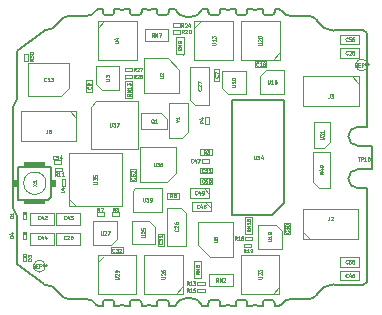
<source format=gbr>
G04 #@! TF.GenerationSoftware,KiCad,Pcbnew,6.0.4-6f826c9f35~116~ubuntu18.04.1*
G04 #@! TF.CreationDate,2022-03-27T23:14:13+02:00*
G04 #@! TF.ProjectId,ultimateFC,756c7469-6d61-4746-9546-432e6b696361,rev?*
G04 #@! TF.SameCoordinates,Original*
G04 #@! TF.FileFunction,AssemblyDrawing,Top*
%FSLAX46Y46*%
G04 Gerber Fmt 4.6, Leading zero omitted, Abs format (unit mm)*
G04 Created by KiCad (PCBNEW 6.0.4-6f826c9f35~116~ubuntu18.04.1) date 2022-03-27 23:14:13*
%MOMM*%
%LPD*%
G01*
G04 APERTURE LIST*
G04 #@! TA.AperFunction,Profile*
%ADD10C,0.200000*%
G04 #@! TD*
%ADD11C,0.100000*%
%ADD12C,0.040000*%
%ADD13C,0.050000*%
%ADD14C,0.080000*%
%ADD15C,0.120000*%
%ADD16C,0.203200*%
%ADD17C,0.101600*%
%ADD18C,0.150000*%
G04 APERTURE END LIST*
D10*
X198000000Y-73000000D02*
X196820000Y-73000000D01*
X196820000Y-74600000D02*
X197020000Y-74600000D01*
X197020000Y-74600000D02*
X197600000Y-74600000D01*
X196020000Y-73800000D02*
G75*
G03*
X196820000Y-74600000I800000J0D01*
G01*
X196820000Y-73000000D02*
G75*
G03*
X196020000Y-73800000I0J-800000D01*
G01*
X180080000Y-59950000D02*
X180570000Y-59949602D01*
X180570000Y-59949600D02*
G75*
G03*
X180820000Y-59699602I0J250000D01*
G01*
X180820000Y-59400000D02*
X181340000Y-59400000D01*
X180820000Y-59400000D02*
X180820000Y-59699602D01*
X179819800Y-59700000D02*
G75*
G03*
X180080000Y-59950000I250200J0D01*
G01*
X196820000Y-69400000D02*
G75*
G03*
X196020000Y-70200000I0J-800000D01*
G01*
X197020000Y-69400000D02*
X197600000Y-69400000D01*
X196820000Y-69400000D02*
X197020000Y-69400000D01*
X182700000Y-60100000D02*
X182300000Y-60100000D01*
X181367432Y-59460994D02*
X181340000Y-59400000D01*
X181367432Y-59460994D02*
G75*
G03*
X182300000Y-60100000I932568J360994D01*
G01*
X179820000Y-59400000D02*
X179470000Y-59400000D01*
X179820000Y-59400000D02*
X179820000Y-59699602D01*
X179170000Y-59560555D02*
G75*
G03*
X179470000Y-59400000I0J360555D01*
G01*
X178260000Y-59949999D02*
G75*
G03*
X178520199Y-59700000I10000J249999D01*
G01*
X178260000Y-59950000D02*
X177780000Y-59950000D01*
X178520001Y-59400000D02*
X178520000Y-59699602D01*
X175960000Y-59949999D02*
G75*
G03*
X176220199Y-59700000I10000J249999D01*
G01*
X176220001Y-59400000D02*
X176220000Y-59699601D01*
X177519800Y-59700000D02*
G75*
G03*
X177780000Y-59950000I250200J0D01*
G01*
X177520000Y-59400000D02*
X177520000Y-59699602D01*
X175220000Y-59400000D02*
X175220000Y-59699602D01*
X175960000Y-59950000D02*
X175480000Y-59950000D01*
X175219800Y-59700000D02*
G75*
G03*
X175480000Y-59950000I250200J0D01*
G01*
X174698768Y-59536778D02*
X174675268Y-59549435D01*
X178520001Y-59400000D02*
X178870000Y-59400000D01*
X178869999Y-59400000D02*
G75*
G03*
X179169999Y-59560556I300001J200000D01*
G01*
X177520000Y-59400000D02*
X177170000Y-59400000D01*
X176870000Y-59560555D02*
G75*
G03*
X177170000Y-59400000I0J360555D01*
G01*
X176220001Y-59400000D02*
X176570000Y-59400000D01*
X176569999Y-59400000D02*
G75*
G03*
X176869999Y-59560556I300001J200000D01*
G01*
X174698768Y-59536778D02*
G75*
G03*
X174870001Y-59400000I-128768J336778D01*
G01*
X175220000Y-59400000D02*
X174870001Y-59400000D01*
X184180000Y-59400000D02*
X183660000Y-59400000D01*
X184920000Y-59949999D02*
G75*
G03*
X185180199Y-59700000I10000J249999D01*
G01*
X184180000Y-59400000D02*
X184180000Y-59699602D01*
X184179999Y-59699602D02*
G75*
G03*
X184430001Y-59949601I250001J2D01*
G01*
X184920000Y-59950000D02*
X184430000Y-59949602D01*
X185180000Y-59400000D02*
X185530000Y-59400000D01*
X185530000Y-59400000D02*
G75*
G03*
X185830000Y-59560555I300000J200000D01*
G01*
X185180000Y-59400000D02*
X185180000Y-59699601D01*
X188779999Y-59400000D02*
X188780000Y-59699601D01*
X186479800Y-59700000D02*
G75*
G03*
X186740000Y-59950000I250200J0D01*
G01*
X187480000Y-59400000D02*
X187480000Y-59699602D01*
X186740000Y-59950000D02*
X187219999Y-59950000D01*
X187219999Y-59949998D02*
G75*
G03*
X187480198Y-59700000I10001J249998D01*
G01*
X186479999Y-59400000D02*
X186480000Y-59699601D01*
X188779800Y-59700000D02*
G75*
G03*
X189040000Y-59950000I250200J0D01*
G01*
X189780000Y-59400000D02*
X189780000Y-59699602D01*
X189040000Y-59950000D02*
X189520000Y-59950000D01*
X186479999Y-59400000D02*
X186130000Y-59400000D01*
X189780000Y-59400000D02*
X190129999Y-59400000D01*
X188130001Y-59560555D02*
G75*
G03*
X188430000Y-59400000I-1J360555D01*
G01*
X189520000Y-59949999D02*
G75*
G03*
X189780199Y-59700000I10000J249999D01*
G01*
X187830000Y-59400000D02*
G75*
G03*
X188130001Y-59560555I300000J200000D01*
G01*
X187480000Y-59400000D02*
X187830000Y-59400000D01*
X190301232Y-59536777D02*
X190324732Y-59549435D01*
X185830002Y-59560555D02*
G75*
G03*
X186130000Y-59400000I-2J360555D01*
G01*
X190129999Y-59400000D02*
G75*
G03*
X190301232Y-59536778I300001J200000D01*
G01*
X188779999Y-59400000D02*
X188430000Y-59400000D01*
X183632567Y-59460994D02*
X183660000Y-59400000D01*
X182700000Y-60100000D02*
G75*
G03*
X183632568Y-59460994I0J1000000D01*
G01*
X180820000Y-84600000D02*
X181340000Y-84600000D01*
X180080000Y-84050001D02*
G75*
G03*
X179819801Y-84300000I-10000J-249999D01*
G01*
X180820000Y-84600000D02*
X180820000Y-84300398D01*
X180820002Y-84300398D02*
G75*
G03*
X180570000Y-84050398I-250002J-2D01*
G01*
X180080000Y-84050000D02*
X180570000Y-84050398D01*
X179820000Y-84600000D02*
X179470000Y-84600000D01*
X179470000Y-84600000D02*
G75*
G03*
X179170000Y-84439445I-300000J-200000D01*
G01*
X179820000Y-84600000D02*
X179820000Y-84300398D01*
X176220001Y-84600000D02*
X176220000Y-84300399D01*
X178520200Y-84300000D02*
G75*
G03*
X178260000Y-84050000I-250200J0D01*
G01*
X177520000Y-84600000D02*
X177520000Y-84300398D01*
X178260000Y-84050000D02*
X177780000Y-84050000D01*
X177780000Y-84050001D02*
G75*
G03*
X177519801Y-84300000I-10000J-249999D01*
G01*
X178520001Y-84600000D02*
X178520000Y-84300398D01*
X176220200Y-84300000D02*
G75*
G03*
X175960000Y-84050000I-250200J0D01*
G01*
X175220000Y-84600000D02*
X175220000Y-84300398D01*
X175960000Y-84050000D02*
X175480000Y-84050000D01*
X178520001Y-84600000D02*
X178870000Y-84600000D01*
X175220000Y-84600000D02*
X174870001Y-84600000D01*
X176869999Y-84439445D02*
G75*
G03*
X176570000Y-84600000I1J-360555D01*
G01*
X175480000Y-84050001D02*
G75*
G03*
X175219801Y-84300000I-10000J-249999D01*
G01*
X177170000Y-84600000D02*
G75*
G03*
X176870000Y-84439445I-300000J-200000D01*
G01*
X177520000Y-84600000D02*
X177170000Y-84600000D01*
X174698768Y-84463222D02*
X174675268Y-84450565D01*
X179169999Y-84439445D02*
G75*
G03*
X178870000Y-84600000I1J-360555D01*
G01*
X174870001Y-84600000D02*
G75*
G03*
X174698768Y-84463222I-300001J-200000D01*
G01*
X176220001Y-84600000D02*
X176570000Y-84600000D01*
X184180000Y-84600000D02*
X184180000Y-84300398D01*
X188779999Y-84600000D02*
X188780000Y-84300399D01*
X187480200Y-84300000D02*
G75*
G03*
X187219999Y-84050000I-250200J0D01*
G01*
X185180000Y-84600000D02*
X185180000Y-84300399D01*
X186740000Y-84050000D02*
X187219999Y-84050000D01*
X186479999Y-84600000D02*
X186480000Y-84300399D01*
X189040000Y-84050001D02*
G75*
G03*
X188779801Y-84300000I-10000J-249999D01*
G01*
X190301232Y-84463222D02*
G75*
G03*
X190129999Y-84600000I128768J-336778D01*
G01*
X186740000Y-84050001D02*
G75*
G03*
X186479801Y-84300000I-10000J-249999D01*
G01*
X189780000Y-84600000D02*
X190129999Y-84600000D01*
X188130001Y-84439445D02*
G75*
G03*
X187830000Y-84600000I-1J-360555D01*
G01*
X185830000Y-84439445D02*
G75*
G03*
X185530000Y-84600000I0J-360555D01*
G01*
X187480000Y-84600000D02*
X187480000Y-84300398D01*
X184430001Y-84050400D02*
G75*
G03*
X184180000Y-84300398I-1J-250000D01*
G01*
X188779999Y-84600000D02*
X188430000Y-84600000D01*
X188430001Y-84600000D02*
G75*
G03*
X188130001Y-84439444I-300001J-200000D01*
G01*
X189780200Y-84300000D02*
G75*
G03*
X189520000Y-84050000I-250200J0D01*
G01*
X184920000Y-84050000D02*
X184430000Y-84050398D01*
X184180000Y-84600000D02*
X183660000Y-84600000D01*
X187480000Y-84600000D02*
X187830000Y-84600000D01*
X186130001Y-84600000D02*
G75*
G03*
X185830002Y-84439444I-300001J-200000D01*
G01*
X183632568Y-84539006D02*
G75*
G03*
X182700000Y-83900000I-932568J-360994D01*
G01*
X185180200Y-84300000D02*
G75*
G03*
X184920000Y-84050000I-250200J0D01*
G01*
X189780000Y-84600000D02*
X189780000Y-84300398D01*
X189040000Y-84050000D02*
X189520000Y-84050000D01*
X186479999Y-84600000D02*
X186130000Y-84600000D01*
X190301232Y-84463223D02*
X190324732Y-84450565D01*
X185180000Y-84600000D02*
X185530000Y-84600000D01*
X183632567Y-84539006D02*
X183660000Y-84600000D01*
X181367432Y-84539006D02*
X181340000Y-84600000D01*
X182300000Y-83900000D02*
G75*
G03*
X181367432Y-84539006I0J-1000000D01*
G01*
X182700000Y-83900000D02*
X182300000Y-83900000D01*
X191250326Y-83968348D02*
G75*
G03*
X190324732Y-84450565I-50626J-1032252D01*
G01*
X195072693Y-82785418D02*
G75*
G03*
X194750000Y-82750000I-323893J-1463282D01*
G01*
X192624881Y-83994654D02*
X191250328Y-83968303D01*
X197600000Y-82500000D02*
X197300000Y-82800000D01*
X193403000Y-83584694D02*
X193469647Y-83471754D01*
X197600000Y-74600000D02*
X197600000Y-82500000D01*
X195150000Y-82800000D02*
X197300000Y-82800000D01*
X195072691Y-82785428D02*
X195150000Y-82800000D01*
X194750000Y-82749942D02*
G75*
G03*
X193469647Y-83471754I1300J-1498758D01*
G01*
X192624881Y-83994657D02*
G75*
G03*
X193403000Y-83584694I-21881J984957D01*
G01*
X171600020Y-83574985D02*
G75*
G03*
X172300790Y-83956406I771280J582585D01*
G01*
X172300002Y-60043627D02*
G75*
G03*
X171600000Y-60425000I71298J-963973D01*
G01*
X168000000Y-63000000D02*
X170250000Y-61250000D01*
X171531783Y-60529123D02*
X171600000Y-60425000D01*
X168000000Y-63000000D02*
X168000000Y-66750000D01*
X167600000Y-67700000D02*
X167600000Y-72150000D01*
X172300790Y-83956406D02*
X173799998Y-83967062D01*
X167706139Y-67555170D02*
G75*
G03*
X168000000Y-66750000I-956139J805170D01*
G01*
X171531783Y-83470877D02*
X171600000Y-83575000D01*
X168000000Y-81000000D02*
X170250000Y-82750000D01*
X174675305Y-84450540D02*
G75*
G03*
X173799998Y-83967062I-875005J-550060D01*
G01*
X172300790Y-60043594D02*
X173799998Y-60032938D01*
X171531783Y-83470877D02*
G75*
G03*
X170250000Y-82750000I-1281783J-779123D01*
G01*
X167600000Y-67700000D02*
X167706139Y-67555170D01*
X170250000Y-61250000D02*
G75*
G03*
X171531783Y-60529123I0J1500000D01*
G01*
X167600000Y-76300001D02*
X167600000Y-72150000D01*
X168000000Y-77250001D02*
G75*
G03*
X167706139Y-76444831I-1250000J1D01*
G01*
X168000000Y-81000000D02*
X168000000Y-77250001D01*
X167600000Y-76300001D02*
X167706139Y-76444831D01*
X173800000Y-60032894D02*
G75*
G03*
X174675268Y-59549437I300J1033494D01*
G01*
X192624881Y-60005346D02*
X191250328Y-60031697D01*
X198000000Y-71000000D02*
X196820000Y-71000000D01*
X193469697Y-60528216D02*
G75*
G03*
X194750000Y-61250000I1281603J776916D01*
G01*
X197600000Y-61500000D02*
X197300000Y-61200000D01*
X190324694Y-59549459D02*
G75*
G03*
X191250328Y-60031697I875006J550059D01*
G01*
X198000000Y-71000000D02*
X198000000Y-73000000D01*
X195072691Y-61214572D02*
X195150000Y-61200000D01*
X193403000Y-60415306D02*
X193469647Y-60528246D01*
X195150000Y-61200000D02*
X197300000Y-61200000D01*
X197600000Y-69400000D02*
X197600000Y-61500000D01*
X196020000Y-70200000D02*
G75*
G03*
X196820000Y-71000000I800000J0D01*
G01*
X194750000Y-61249990D02*
G75*
G03*
X195072691Y-61214572I-1200J1498690D01*
G01*
X193402998Y-60415307D02*
G75*
G03*
X192624881Y-60005346I-799998J-574993D01*
G01*
D11*
X174800000Y-61000000D02*
X175350000Y-60450000D01*
X184318750Y-76218750D02*
X183881250Y-75781250D01*
X192725000Y-78825000D02*
X192175000Y-78275000D01*
X182975000Y-61000000D02*
X183525000Y-60450000D01*
X172975000Y-68625000D02*
X172425000Y-68075000D01*
X172925000Y-76075000D02*
X172375000Y-75525000D01*
X189625000Y-63725000D02*
X190175000Y-63175000D01*
X174800000Y-80850000D02*
X175350000Y-80300000D01*
X196875000Y-65675000D02*
X196325000Y-65125000D01*
X189625000Y-83525000D02*
X190175000Y-82975000D01*
X181425000Y-83525000D02*
X181975000Y-82975000D01*
X184200000Y-75050000D02*
X183762500Y-74612500D01*
D12*
X181885714Y-62757142D02*
X181742857Y-62857142D01*
X181885714Y-62928571D02*
X181585714Y-62928571D01*
X181585714Y-62814285D01*
X181600000Y-62785714D01*
X181614285Y-62771428D01*
X181642857Y-62757142D01*
X181685714Y-62757142D01*
X181714285Y-62771428D01*
X181728571Y-62785714D01*
X181742857Y-62814285D01*
X181742857Y-62928571D01*
X181885714Y-62628571D02*
X181585714Y-62628571D01*
X181885714Y-62457142D01*
X181585714Y-62457142D01*
X181885714Y-62300000D02*
X181885714Y-62242857D01*
X181871428Y-62214285D01*
X181857142Y-62200000D01*
X181814285Y-62171428D01*
X181757142Y-62157142D01*
X181642857Y-62157142D01*
X181614285Y-62171428D01*
X181600000Y-62185714D01*
X181585714Y-62214285D01*
X181585714Y-62271428D01*
X181600000Y-62300000D01*
X181614285Y-62314285D01*
X181642857Y-62328571D01*
X181714285Y-62328571D01*
X181742857Y-62314285D01*
X181757142Y-62300000D01*
X181771428Y-62271428D01*
X181771428Y-62214285D01*
X181757142Y-62185714D01*
X181742857Y-62171428D01*
X181714285Y-62157142D01*
X175465714Y-65508571D02*
X175708571Y-65508571D01*
X175737142Y-65494285D01*
X175751428Y-65480000D01*
X175765714Y-65451428D01*
X175765714Y-65394285D01*
X175751428Y-65365714D01*
X175737142Y-65351428D01*
X175708571Y-65337142D01*
X175465714Y-65337142D01*
X175465714Y-65222857D02*
X175465714Y-65037142D01*
X175580000Y-65137142D01*
X175580000Y-65094285D01*
X175594285Y-65065714D01*
X175608571Y-65051428D01*
X175637142Y-65037142D01*
X175708571Y-65037142D01*
X175737142Y-65051428D01*
X175751428Y-65065714D01*
X175765714Y-65094285D01*
X175765714Y-65180000D01*
X175751428Y-65208571D01*
X175737142Y-65222857D01*
X176235714Y-62328571D02*
X176478571Y-62328571D01*
X176507142Y-62314285D01*
X176521428Y-62300000D01*
X176535714Y-62271428D01*
X176535714Y-62214285D01*
X176521428Y-62185714D01*
X176507142Y-62171428D01*
X176478571Y-62157142D01*
X176235714Y-62157142D01*
X176335714Y-61885714D02*
X176535714Y-61885714D01*
X176221428Y-61957142D02*
X176435714Y-62028571D01*
X176435714Y-61842857D01*
X177585714Y-66600000D02*
X177442857Y-66700000D01*
X177585714Y-66771428D02*
X177285714Y-66771428D01*
X177285714Y-66657142D01*
X177300000Y-66628571D01*
X177314285Y-66614285D01*
X177342857Y-66600000D01*
X177385714Y-66600000D01*
X177414285Y-66614285D01*
X177428571Y-66628571D01*
X177442857Y-66657142D01*
X177442857Y-66771428D01*
X177585714Y-66471428D02*
X177285714Y-66471428D01*
X177585714Y-66300000D01*
X177285714Y-66300000D01*
X177585714Y-66000000D02*
X177585714Y-66171428D01*
X177585714Y-66085714D02*
X177285714Y-66085714D01*
X177328571Y-66114285D01*
X177357142Y-66142857D01*
X177371428Y-66171428D01*
X177285714Y-65900000D02*
X177285714Y-65714285D01*
X177400000Y-65814285D01*
X177400000Y-65771428D01*
X177414285Y-65742857D01*
X177428571Y-65728571D01*
X177457142Y-65714285D01*
X177528571Y-65714285D01*
X177557142Y-65728571D01*
X177571428Y-65742857D01*
X177585714Y-65771428D01*
X177585714Y-65857142D01*
X177571428Y-65885714D01*
X177557142Y-65900000D01*
X174197142Y-66015000D02*
X174211428Y-66029285D01*
X174225714Y-66072142D01*
X174225714Y-66100714D01*
X174211428Y-66143571D01*
X174182857Y-66172142D01*
X174154285Y-66186428D01*
X174097142Y-66200714D01*
X174054285Y-66200714D01*
X173997142Y-66186428D01*
X173968571Y-66172142D01*
X173940000Y-66143571D01*
X173925714Y-66100714D01*
X173925714Y-66072142D01*
X173940000Y-66029285D01*
X173954285Y-66015000D01*
X174225714Y-65872142D02*
X174225714Y-65815000D01*
X174211428Y-65786428D01*
X174197142Y-65772142D01*
X174154285Y-65743571D01*
X174097142Y-65729285D01*
X173982857Y-65729285D01*
X173954285Y-65743571D01*
X173940000Y-65757857D01*
X173925714Y-65786428D01*
X173925714Y-65843571D01*
X173940000Y-65872142D01*
X173954285Y-65886428D01*
X173982857Y-65900714D01*
X174054285Y-65900714D01*
X174082857Y-65886428D01*
X174097142Y-65872142D01*
X174111428Y-65843571D01*
X174111428Y-65786428D01*
X174097142Y-65757857D01*
X174082857Y-65743571D01*
X174054285Y-65729285D01*
X184967142Y-65055000D02*
X184981428Y-65069285D01*
X184995714Y-65112142D01*
X184995714Y-65140714D01*
X184981428Y-65183571D01*
X184952857Y-65212142D01*
X184924285Y-65226428D01*
X184867142Y-65240714D01*
X184824285Y-65240714D01*
X184767142Y-65226428D01*
X184738571Y-65212142D01*
X184710000Y-65183571D01*
X184695714Y-65140714D01*
X184695714Y-65112142D01*
X184710000Y-65069285D01*
X184724285Y-65055000D01*
X184695714Y-64955000D02*
X184695714Y-64755000D01*
X184995714Y-64883571D01*
X170444642Y-65507142D02*
X170430357Y-65521428D01*
X170387500Y-65535714D01*
X170358928Y-65535714D01*
X170316071Y-65521428D01*
X170287500Y-65492857D01*
X170273214Y-65464285D01*
X170258928Y-65407142D01*
X170258928Y-65364285D01*
X170273214Y-65307142D01*
X170287500Y-65278571D01*
X170316071Y-65250000D01*
X170358928Y-65235714D01*
X170387500Y-65235714D01*
X170430357Y-65250000D01*
X170444642Y-65264285D01*
X170730357Y-65535714D02*
X170558928Y-65535714D01*
X170644642Y-65535714D02*
X170644642Y-65235714D01*
X170616071Y-65278571D01*
X170587500Y-65307142D01*
X170558928Y-65321428D01*
X170830357Y-65235714D02*
X171016071Y-65235714D01*
X170916071Y-65350000D01*
X170958928Y-65350000D01*
X170987500Y-65364285D01*
X171001785Y-65378571D01*
X171016071Y-65407142D01*
X171016071Y-65478571D01*
X171001785Y-65507142D01*
X170987500Y-65521428D01*
X170958928Y-65535714D01*
X170873214Y-65535714D01*
X170844642Y-65521428D01*
X170830357Y-65507142D01*
X188397142Y-64217142D02*
X188382857Y-64231428D01*
X188340000Y-64245714D01*
X188311428Y-64245714D01*
X188268571Y-64231428D01*
X188240000Y-64202857D01*
X188225714Y-64174285D01*
X188211428Y-64117142D01*
X188211428Y-64074285D01*
X188225714Y-64017142D01*
X188240000Y-63988571D01*
X188268571Y-63960000D01*
X188311428Y-63945714D01*
X188340000Y-63945714D01*
X188382857Y-63960000D01*
X188397142Y-63974285D01*
X188682857Y-64245714D02*
X188511428Y-64245714D01*
X188597142Y-64245714D02*
X188597142Y-63945714D01*
X188568571Y-63988571D01*
X188540000Y-64017142D01*
X188511428Y-64031428D01*
X188854285Y-64074285D02*
X188825714Y-64060000D01*
X188811428Y-64045714D01*
X188797142Y-64017142D01*
X188797142Y-64002857D01*
X188811428Y-63974285D01*
X188825714Y-63960000D01*
X188854285Y-63945714D01*
X188911428Y-63945714D01*
X188940000Y-63960000D01*
X188954285Y-63974285D01*
X188968571Y-64002857D01*
X188968571Y-64017142D01*
X188954285Y-64045714D01*
X188940000Y-64060000D01*
X188911428Y-64074285D01*
X188854285Y-64074285D01*
X188825714Y-64088571D01*
X188811428Y-64102857D01*
X188797142Y-64131428D01*
X188797142Y-64188571D01*
X188811428Y-64217142D01*
X188825714Y-64231428D01*
X188854285Y-64245714D01*
X188911428Y-64245714D01*
X188940000Y-64231428D01*
X188954285Y-64217142D01*
X188968571Y-64188571D01*
X188968571Y-64131428D01*
X188954285Y-64102857D01*
X188940000Y-64088571D01*
X188911428Y-64074285D01*
X172107142Y-78907142D02*
X172092857Y-78921428D01*
X172050000Y-78935714D01*
X172021428Y-78935714D01*
X171978571Y-78921428D01*
X171950000Y-78892857D01*
X171935714Y-78864285D01*
X171921428Y-78807142D01*
X171921428Y-78764285D01*
X171935714Y-78707142D01*
X171950000Y-78678571D01*
X171978571Y-78650000D01*
X172021428Y-78635714D01*
X172050000Y-78635714D01*
X172092857Y-78650000D01*
X172107142Y-78664285D01*
X172221428Y-78664285D02*
X172235714Y-78650000D01*
X172264285Y-78635714D01*
X172335714Y-78635714D01*
X172364285Y-78650000D01*
X172378571Y-78664285D01*
X172392857Y-78692857D01*
X172392857Y-78721428D01*
X172378571Y-78764285D01*
X172207142Y-78935714D01*
X172392857Y-78935714D01*
X172578571Y-78635714D02*
X172607142Y-78635714D01*
X172635714Y-78650000D01*
X172650000Y-78664285D01*
X172664285Y-78692857D01*
X172678571Y-78750000D01*
X172678571Y-78821428D01*
X172664285Y-78878571D01*
X172650000Y-78907142D01*
X172635714Y-78921428D01*
X172607142Y-78935714D01*
X172578571Y-78935714D01*
X172550000Y-78921428D01*
X172535714Y-78907142D01*
X172521428Y-78878571D01*
X172507142Y-78821428D01*
X172507142Y-78750000D01*
X172521428Y-78692857D01*
X172535714Y-78664285D01*
X172550000Y-78650000D01*
X172578571Y-78635714D01*
X181567142Y-78052857D02*
X181581428Y-78067142D01*
X181595714Y-78110000D01*
X181595714Y-78138571D01*
X181581428Y-78181428D01*
X181552857Y-78210000D01*
X181524285Y-78224285D01*
X181467142Y-78238571D01*
X181424285Y-78238571D01*
X181367142Y-78224285D01*
X181338571Y-78210000D01*
X181310000Y-78181428D01*
X181295714Y-78138571D01*
X181295714Y-78110000D01*
X181310000Y-78067142D01*
X181324285Y-78052857D01*
X181324285Y-77938571D02*
X181310000Y-77924285D01*
X181295714Y-77895714D01*
X181295714Y-77824285D01*
X181310000Y-77795714D01*
X181324285Y-77781428D01*
X181352857Y-77767142D01*
X181381428Y-77767142D01*
X181424285Y-77781428D01*
X181595714Y-77952857D01*
X181595714Y-77767142D01*
X181295714Y-77510000D02*
X181295714Y-77567142D01*
X181310000Y-77595714D01*
X181324285Y-77610000D01*
X181367142Y-77638571D01*
X181424285Y-77652857D01*
X181538571Y-77652857D01*
X181567142Y-77638571D01*
X181581428Y-77624285D01*
X181595714Y-77595714D01*
X181595714Y-77538571D01*
X181581428Y-77510000D01*
X181567142Y-77495714D01*
X181538571Y-77481428D01*
X181467142Y-77481428D01*
X181438571Y-77495714D01*
X181424285Y-77510000D01*
X181410000Y-77538571D01*
X181410000Y-77595714D01*
X181424285Y-77624285D01*
X181438571Y-77638571D01*
X181467142Y-77652857D01*
X183557142Y-66142857D02*
X183571428Y-66157142D01*
X183585714Y-66200000D01*
X183585714Y-66228571D01*
X183571428Y-66271428D01*
X183542857Y-66300000D01*
X183514285Y-66314285D01*
X183457142Y-66328571D01*
X183414285Y-66328571D01*
X183357142Y-66314285D01*
X183328571Y-66300000D01*
X183300000Y-66271428D01*
X183285714Y-66228571D01*
X183285714Y-66200000D01*
X183300000Y-66157142D01*
X183314285Y-66142857D01*
X183314285Y-66028571D02*
X183300000Y-66014285D01*
X183285714Y-65985714D01*
X183285714Y-65914285D01*
X183300000Y-65885714D01*
X183314285Y-65871428D01*
X183342857Y-65857142D01*
X183371428Y-65857142D01*
X183414285Y-65871428D01*
X183585714Y-66042857D01*
X183585714Y-65857142D01*
X183285714Y-65757142D02*
X183285714Y-65557142D01*
X183585714Y-65685714D01*
X190947142Y-78202857D02*
X190961428Y-78217142D01*
X190975714Y-78260000D01*
X190975714Y-78288571D01*
X190961428Y-78331428D01*
X190932857Y-78360000D01*
X190904285Y-78374285D01*
X190847142Y-78388571D01*
X190804285Y-78388571D01*
X190747142Y-78374285D01*
X190718571Y-78360000D01*
X190690000Y-78331428D01*
X190675714Y-78288571D01*
X190675714Y-78260000D01*
X190690000Y-78217142D01*
X190704285Y-78202857D01*
X190675714Y-78102857D02*
X190675714Y-77917142D01*
X190790000Y-78017142D01*
X190790000Y-77974285D01*
X190804285Y-77945714D01*
X190818571Y-77931428D01*
X190847142Y-77917142D01*
X190918571Y-77917142D01*
X190947142Y-77931428D01*
X190961428Y-77945714D01*
X190975714Y-77974285D01*
X190975714Y-78060000D01*
X190961428Y-78088571D01*
X190947142Y-78102857D01*
X190675714Y-77731428D02*
X190675714Y-77702857D01*
X190690000Y-77674285D01*
X190704285Y-77660000D01*
X190732857Y-77645714D01*
X190790000Y-77631428D01*
X190861428Y-77631428D01*
X190918571Y-77645714D01*
X190947142Y-77660000D01*
X190961428Y-77674285D01*
X190975714Y-77702857D01*
X190975714Y-77731428D01*
X190961428Y-77760000D01*
X190947142Y-77774285D01*
X190918571Y-77788571D01*
X190861428Y-77802857D01*
X190790000Y-77802857D01*
X190732857Y-77788571D01*
X190704285Y-77774285D01*
X190690000Y-77760000D01*
X190675714Y-77731428D01*
X180257142Y-79167857D02*
X180271428Y-79182142D01*
X180285714Y-79225000D01*
X180285714Y-79253571D01*
X180271428Y-79296428D01*
X180242857Y-79325000D01*
X180214285Y-79339285D01*
X180157142Y-79353571D01*
X180114285Y-79353571D01*
X180057142Y-79339285D01*
X180028571Y-79325000D01*
X180000000Y-79296428D01*
X179985714Y-79253571D01*
X179985714Y-79225000D01*
X180000000Y-79182142D01*
X180014285Y-79167857D01*
X179985714Y-79067857D02*
X179985714Y-78882142D01*
X180100000Y-78982142D01*
X180100000Y-78939285D01*
X180114285Y-78910714D01*
X180128571Y-78896428D01*
X180157142Y-78882142D01*
X180228571Y-78882142D01*
X180257142Y-78896428D01*
X180271428Y-78910714D01*
X180285714Y-78939285D01*
X180285714Y-79025000D01*
X180271428Y-79053571D01*
X180257142Y-79067857D01*
X180285714Y-78596428D02*
X180285714Y-78767857D01*
X180285714Y-78682142D02*
X179985714Y-78682142D01*
X180028571Y-78710714D01*
X180057142Y-78739285D01*
X180071428Y-78767857D01*
X176217142Y-79977142D02*
X176202857Y-79991428D01*
X176160000Y-80005714D01*
X176131428Y-80005714D01*
X176088571Y-79991428D01*
X176060000Y-79962857D01*
X176045714Y-79934285D01*
X176031428Y-79877142D01*
X176031428Y-79834285D01*
X176045714Y-79777142D01*
X176060000Y-79748571D01*
X176088571Y-79720000D01*
X176131428Y-79705714D01*
X176160000Y-79705714D01*
X176202857Y-79720000D01*
X176217142Y-79734285D01*
X176317142Y-79705714D02*
X176502857Y-79705714D01*
X176402857Y-79820000D01*
X176445714Y-79820000D01*
X176474285Y-79834285D01*
X176488571Y-79848571D01*
X176502857Y-79877142D01*
X176502857Y-79948571D01*
X176488571Y-79977142D01*
X176474285Y-79991428D01*
X176445714Y-80005714D01*
X176360000Y-80005714D01*
X176331428Y-79991428D01*
X176317142Y-79977142D01*
X176617142Y-79734285D02*
X176631428Y-79720000D01*
X176660000Y-79705714D01*
X176731428Y-79705714D01*
X176760000Y-79720000D01*
X176774285Y-79734285D01*
X176788571Y-79762857D01*
X176788571Y-79791428D01*
X176774285Y-79834285D01*
X176602857Y-80005714D01*
X176788571Y-80005714D01*
X194410000Y-77005714D02*
X194410000Y-77220000D01*
X194395714Y-77262857D01*
X194367142Y-77291428D01*
X194324285Y-77305714D01*
X194295714Y-77305714D01*
X194538571Y-77034285D02*
X194552857Y-77020000D01*
X194581428Y-77005714D01*
X194652857Y-77005714D01*
X194681428Y-77020000D01*
X194695714Y-77034285D01*
X194710000Y-77062857D01*
X194710000Y-77091428D01*
X194695714Y-77134285D01*
X194524285Y-77305714D01*
X194710000Y-77305714D01*
X194450000Y-66660714D02*
X194450000Y-66875000D01*
X194435714Y-66917857D01*
X194407142Y-66946428D01*
X194364285Y-66960714D01*
X194335714Y-66960714D01*
X194564285Y-66660714D02*
X194750000Y-66660714D01*
X194650000Y-66775000D01*
X194692857Y-66775000D01*
X194721428Y-66789285D01*
X194735714Y-66803571D01*
X194750000Y-66832142D01*
X194750000Y-66903571D01*
X194735714Y-66932142D01*
X194721428Y-66946428D01*
X194692857Y-66960714D01*
X194607142Y-66960714D01*
X194578571Y-66946428D01*
X194564285Y-66932142D01*
X193885714Y-73217857D02*
X193742857Y-73317857D01*
X193885714Y-73389285D02*
X193585714Y-73389285D01*
X193585714Y-73275000D01*
X193600000Y-73246428D01*
X193614285Y-73232142D01*
X193642857Y-73217857D01*
X193685714Y-73217857D01*
X193714285Y-73232142D01*
X193728571Y-73246428D01*
X193742857Y-73275000D01*
X193742857Y-73389285D01*
X193685714Y-72960714D02*
X193885714Y-72960714D01*
X193571428Y-73032142D02*
X193785714Y-73103571D01*
X193785714Y-72917857D01*
X193885714Y-72789285D02*
X193885714Y-72732142D01*
X193871428Y-72703571D01*
X193857142Y-72689285D01*
X193814285Y-72660714D01*
X193757142Y-72646428D01*
X193642857Y-72646428D01*
X193614285Y-72660714D01*
X193600000Y-72675000D01*
X193585714Y-72703571D01*
X193585714Y-72760714D01*
X193600000Y-72789285D01*
X193614285Y-72803571D01*
X193642857Y-72817857D01*
X193714285Y-72817857D01*
X193742857Y-72803571D01*
X193757142Y-72789285D01*
X193771428Y-72760714D01*
X193771428Y-72703571D01*
X193757142Y-72675000D01*
X193742857Y-72660714D01*
X193714285Y-72646428D01*
X183385714Y-81707142D02*
X183242857Y-81807142D01*
X183385714Y-81878571D02*
X183085714Y-81878571D01*
X183085714Y-81764285D01*
X183100000Y-81735714D01*
X183114285Y-81721428D01*
X183142857Y-81707142D01*
X183185714Y-81707142D01*
X183214285Y-81721428D01*
X183228571Y-81735714D01*
X183242857Y-81764285D01*
X183242857Y-81878571D01*
X183385714Y-81578571D02*
X183085714Y-81578571D01*
X183385714Y-81407142D01*
X183085714Y-81407142D01*
X183085714Y-81135714D02*
X183085714Y-81192857D01*
X183100000Y-81221428D01*
X183114285Y-81235714D01*
X183157142Y-81264285D01*
X183214285Y-81278571D01*
X183328571Y-81278571D01*
X183357142Y-81264285D01*
X183371428Y-81250000D01*
X183385714Y-81221428D01*
X183385714Y-81164285D01*
X183371428Y-81135714D01*
X183357142Y-81121428D01*
X183328571Y-81107142D01*
X183257142Y-81107142D01*
X183228571Y-81121428D01*
X183214285Y-81135714D01*
X183200000Y-81164285D01*
X183200000Y-81221428D01*
X183214285Y-81250000D01*
X183228571Y-81264285D01*
X183257142Y-81278571D01*
D13*
X187735714Y-78090000D02*
X187592857Y-78190000D01*
X187735714Y-78261428D02*
X187435714Y-78261428D01*
X187435714Y-78147142D01*
X187450000Y-78118571D01*
X187464285Y-78104285D01*
X187492857Y-78090000D01*
X187535714Y-78090000D01*
X187564285Y-78104285D01*
X187578571Y-78118571D01*
X187592857Y-78147142D01*
X187592857Y-78261428D01*
X187735714Y-77961428D02*
X187435714Y-77961428D01*
X187735714Y-77790000D01*
X187435714Y-77790000D01*
X187735714Y-77490000D02*
X187735714Y-77661428D01*
X187735714Y-77575714D02*
X187435714Y-77575714D01*
X187478571Y-77604285D01*
X187507142Y-77632857D01*
X187521428Y-77661428D01*
X187435714Y-77218571D02*
X187435714Y-77361428D01*
X187578571Y-77375714D01*
X187564285Y-77361428D01*
X187550000Y-77332857D01*
X187550000Y-77261428D01*
X187564285Y-77232857D01*
X187578571Y-77218571D01*
X187607142Y-77204285D01*
X187678571Y-77204285D01*
X187707142Y-77218571D01*
X187721428Y-77232857D01*
X187735714Y-77261428D01*
X187735714Y-77332857D01*
X187721428Y-77361428D01*
X187707142Y-77375714D01*
D12*
X196828571Y-71985714D02*
X197000000Y-71985714D01*
X196914285Y-72285714D02*
X196914285Y-71985714D01*
X197100000Y-72285714D02*
X197100000Y-71985714D01*
X197214285Y-71985714D01*
X197242857Y-72000000D01*
X197257142Y-72014285D01*
X197271428Y-72042857D01*
X197271428Y-72085714D01*
X197257142Y-72114285D01*
X197242857Y-72128571D01*
X197214285Y-72142857D01*
X197100000Y-72142857D01*
X197557142Y-72285714D02*
X197385714Y-72285714D01*
X197471428Y-72285714D02*
X197471428Y-71985714D01*
X197442857Y-72028571D01*
X197414285Y-72057142D01*
X197385714Y-72071428D01*
X197742857Y-71985714D02*
X197771428Y-71985714D01*
X197800000Y-72000000D01*
X197814285Y-72014285D01*
X197828571Y-72042857D01*
X197842857Y-72100000D01*
X197842857Y-72171428D01*
X197828571Y-72228571D01*
X197814285Y-72257142D01*
X197800000Y-72271428D01*
X197771428Y-72285714D01*
X197742857Y-72285714D01*
X197714285Y-72271428D01*
X197700000Y-72257142D01*
X197685714Y-72228571D01*
X197671428Y-72171428D01*
X197671428Y-72100000D01*
X197685714Y-72042857D01*
X197700000Y-72014285D01*
X197714285Y-72000000D01*
X197742857Y-71985714D01*
X184615714Y-79178571D02*
X184858571Y-79178571D01*
X184887142Y-79164285D01*
X184901428Y-79150000D01*
X184915714Y-79121428D01*
X184915714Y-79064285D01*
X184901428Y-79035714D01*
X184887142Y-79021428D01*
X184858571Y-79007142D01*
X184615714Y-79007142D01*
X184615714Y-78735714D02*
X184615714Y-78792857D01*
X184630000Y-78821428D01*
X184644285Y-78835714D01*
X184687142Y-78864285D01*
X184744285Y-78878571D01*
X184858571Y-78878571D01*
X184887142Y-78864285D01*
X184901428Y-78850000D01*
X184915714Y-78821428D01*
X184915714Y-78764285D01*
X184901428Y-78735714D01*
X184887142Y-78721428D01*
X184858571Y-78707142D01*
X184787142Y-78707142D01*
X184758571Y-78721428D01*
X184744285Y-78735714D01*
X184730000Y-78764285D01*
X184730000Y-78821428D01*
X184744285Y-78850000D01*
X184758571Y-78864285D01*
X184787142Y-78878571D01*
X186165714Y-66021428D02*
X186408571Y-66021428D01*
X186437142Y-66007142D01*
X186451428Y-65992857D01*
X186465714Y-65964285D01*
X186465714Y-65907142D01*
X186451428Y-65878571D01*
X186437142Y-65864285D01*
X186408571Y-65850000D01*
X186165714Y-65850000D01*
X186465714Y-65550000D02*
X186465714Y-65721428D01*
X186465714Y-65635714D02*
X186165714Y-65635714D01*
X186208571Y-65664285D01*
X186237142Y-65692857D01*
X186251428Y-65721428D01*
X186165714Y-65364285D02*
X186165714Y-65335714D01*
X186180000Y-65307142D01*
X186194285Y-65292857D01*
X186222857Y-65278571D01*
X186280000Y-65264285D01*
X186351428Y-65264285D01*
X186408571Y-65278571D01*
X186437142Y-65292857D01*
X186451428Y-65307142D01*
X186465714Y-65335714D01*
X186465714Y-65364285D01*
X186451428Y-65392857D01*
X186437142Y-65407142D01*
X186408571Y-65421428D01*
X186351428Y-65435714D01*
X186280000Y-65435714D01*
X186222857Y-65421428D01*
X186194285Y-65407142D01*
X186180000Y-65392857D01*
X186165714Y-65364285D01*
X184485714Y-62471428D02*
X184728571Y-62471428D01*
X184757142Y-62457142D01*
X184771428Y-62442857D01*
X184785714Y-62414285D01*
X184785714Y-62357142D01*
X184771428Y-62328571D01*
X184757142Y-62314285D01*
X184728571Y-62300000D01*
X184485714Y-62300000D01*
X184785714Y-62000000D02*
X184785714Y-62171428D01*
X184785714Y-62085714D02*
X184485714Y-62085714D01*
X184528571Y-62114285D01*
X184557142Y-62142857D01*
X184571428Y-62171428D01*
X184485714Y-61900000D02*
X184485714Y-61714285D01*
X184600000Y-61814285D01*
X184600000Y-61771428D01*
X184614285Y-61742857D01*
X184628571Y-61728571D01*
X184657142Y-61714285D01*
X184728571Y-61714285D01*
X184757142Y-61728571D01*
X184771428Y-61742857D01*
X184785714Y-61771428D01*
X184785714Y-61857142D01*
X184771428Y-61885714D01*
X184757142Y-61900000D01*
X189188571Y-65435714D02*
X189188571Y-65678571D01*
X189202857Y-65707142D01*
X189217142Y-65721428D01*
X189245714Y-65735714D01*
X189302857Y-65735714D01*
X189331428Y-65721428D01*
X189345714Y-65707142D01*
X189360000Y-65678571D01*
X189360000Y-65435714D01*
X189660000Y-65735714D02*
X189488571Y-65735714D01*
X189574285Y-65735714D02*
X189574285Y-65435714D01*
X189545714Y-65478571D01*
X189517142Y-65507142D01*
X189488571Y-65521428D01*
X189917142Y-65435714D02*
X189860000Y-65435714D01*
X189831428Y-65450000D01*
X189817142Y-65464285D01*
X189788571Y-65507142D01*
X189774285Y-65564285D01*
X189774285Y-65678571D01*
X189788571Y-65707142D01*
X189802857Y-65721428D01*
X189831428Y-65735714D01*
X189888571Y-65735714D01*
X189917142Y-65721428D01*
X189931428Y-65707142D01*
X189945714Y-65678571D01*
X189945714Y-65607142D01*
X189931428Y-65578571D01*
X189917142Y-65564285D01*
X189888571Y-65550000D01*
X189831428Y-65550000D01*
X189802857Y-65564285D01*
X189788571Y-65578571D01*
X189774285Y-65607142D01*
X189205714Y-79091428D02*
X189448571Y-79091428D01*
X189477142Y-79077142D01*
X189491428Y-79062857D01*
X189505714Y-79034285D01*
X189505714Y-78977142D01*
X189491428Y-78948571D01*
X189477142Y-78934285D01*
X189448571Y-78920000D01*
X189205714Y-78920000D01*
X189505714Y-78620000D02*
X189505714Y-78791428D01*
X189505714Y-78705714D02*
X189205714Y-78705714D01*
X189248571Y-78734285D01*
X189277142Y-78762857D01*
X189291428Y-78791428D01*
X189505714Y-78477142D02*
X189505714Y-78420000D01*
X189491428Y-78391428D01*
X189477142Y-78377142D01*
X189434285Y-78348571D01*
X189377142Y-78334285D01*
X189262857Y-78334285D01*
X189234285Y-78348571D01*
X189220000Y-78362857D01*
X189205714Y-78391428D01*
X189205714Y-78448571D01*
X189220000Y-78477142D01*
X189234285Y-78491428D01*
X189262857Y-78505714D01*
X189334285Y-78505714D01*
X189362857Y-78491428D01*
X189377142Y-78477142D01*
X189391428Y-78448571D01*
X189391428Y-78391428D01*
X189377142Y-78362857D01*
X189362857Y-78348571D01*
X189334285Y-78334285D01*
X188385714Y-62471428D02*
X188628571Y-62471428D01*
X188657142Y-62457142D01*
X188671428Y-62442857D01*
X188685714Y-62414285D01*
X188685714Y-62357142D01*
X188671428Y-62328571D01*
X188657142Y-62314285D01*
X188628571Y-62300000D01*
X188385714Y-62300000D01*
X188414285Y-62171428D02*
X188400000Y-62157142D01*
X188385714Y-62128571D01*
X188385714Y-62057142D01*
X188400000Y-62028571D01*
X188414285Y-62014285D01*
X188442857Y-62000000D01*
X188471428Y-62000000D01*
X188514285Y-62014285D01*
X188685714Y-62185714D01*
X188685714Y-62000000D01*
X188385714Y-61814285D02*
X188385714Y-61785714D01*
X188400000Y-61757142D01*
X188414285Y-61742857D01*
X188442857Y-61728571D01*
X188500000Y-61714285D01*
X188571428Y-61714285D01*
X188628571Y-61728571D01*
X188657142Y-61742857D01*
X188671428Y-61757142D01*
X188685714Y-61785714D01*
X188685714Y-61814285D01*
X188671428Y-61842857D01*
X188657142Y-61857142D01*
X188628571Y-61871428D01*
X188571428Y-61885714D01*
X188500000Y-61885714D01*
X188442857Y-61871428D01*
X188414285Y-61857142D01*
X188400000Y-61842857D01*
X188385714Y-61814285D01*
X188385714Y-82271428D02*
X188628571Y-82271428D01*
X188657142Y-82257142D01*
X188671428Y-82242857D01*
X188685714Y-82214285D01*
X188685714Y-82157142D01*
X188671428Y-82128571D01*
X188657142Y-82114285D01*
X188628571Y-82100000D01*
X188385714Y-82100000D01*
X188414285Y-81971428D02*
X188400000Y-81957142D01*
X188385714Y-81928571D01*
X188385714Y-81857142D01*
X188400000Y-81828571D01*
X188414285Y-81814285D01*
X188442857Y-81800000D01*
X188471428Y-81800000D01*
X188514285Y-81814285D01*
X188685714Y-81985714D01*
X188685714Y-81800000D01*
X188385714Y-81700000D02*
X188385714Y-81514285D01*
X188500000Y-81614285D01*
X188500000Y-81571428D01*
X188514285Y-81542857D01*
X188528571Y-81528571D01*
X188557142Y-81514285D01*
X188628571Y-81514285D01*
X188657142Y-81528571D01*
X188671428Y-81542857D01*
X188685714Y-81571428D01*
X188685714Y-81657142D01*
X188671428Y-81685714D01*
X188657142Y-81700000D01*
X178505714Y-78721428D02*
X178748571Y-78721428D01*
X178777142Y-78707142D01*
X178791428Y-78692857D01*
X178805714Y-78664285D01*
X178805714Y-78607142D01*
X178791428Y-78578571D01*
X178777142Y-78564285D01*
X178748571Y-78550000D01*
X178505714Y-78550000D01*
X178534285Y-78421428D02*
X178520000Y-78407142D01*
X178505714Y-78378571D01*
X178505714Y-78307142D01*
X178520000Y-78278571D01*
X178534285Y-78264285D01*
X178562857Y-78250000D01*
X178591428Y-78250000D01*
X178634285Y-78264285D01*
X178805714Y-78435714D01*
X178805714Y-78250000D01*
X178505714Y-77978571D02*
X178505714Y-78121428D01*
X178648571Y-78135714D01*
X178634285Y-78121428D01*
X178620000Y-78092857D01*
X178620000Y-78021428D01*
X178634285Y-77992857D01*
X178648571Y-77978571D01*
X178677142Y-77964285D01*
X178748571Y-77964285D01*
X178777142Y-77978571D01*
X178791428Y-77992857D01*
X178805714Y-78021428D01*
X178805714Y-78092857D01*
X178791428Y-78121428D01*
X178777142Y-78135714D01*
X180185714Y-82271428D02*
X180428571Y-82271428D01*
X180457142Y-82257142D01*
X180471428Y-82242857D01*
X180485714Y-82214285D01*
X180485714Y-82157142D01*
X180471428Y-82128571D01*
X180457142Y-82114285D01*
X180428571Y-82100000D01*
X180185714Y-82100000D01*
X180214285Y-81971428D02*
X180200000Y-81957142D01*
X180185714Y-81928571D01*
X180185714Y-81857142D01*
X180200000Y-81828571D01*
X180214285Y-81814285D01*
X180242857Y-81800000D01*
X180271428Y-81800000D01*
X180314285Y-81814285D01*
X180485714Y-81985714D01*
X180485714Y-81800000D01*
X180185714Y-81542857D02*
X180185714Y-81600000D01*
X180200000Y-81628571D01*
X180214285Y-81642857D01*
X180257142Y-81671428D01*
X180314285Y-81685714D01*
X180428571Y-81685714D01*
X180457142Y-81671428D01*
X180471428Y-81657142D01*
X180485714Y-81628571D01*
X180485714Y-81571428D01*
X180471428Y-81542857D01*
X180457142Y-81528571D01*
X180428571Y-81514285D01*
X180357142Y-81514285D01*
X180328571Y-81528571D01*
X180314285Y-81542857D01*
X180300000Y-81571428D01*
X180300000Y-81628571D01*
X180314285Y-81657142D01*
X180328571Y-81671428D01*
X180357142Y-81685714D01*
X175068571Y-78235714D02*
X175068571Y-78478571D01*
X175082857Y-78507142D01*
X175097142Y-78521428D01*
X175125714Y-78535714D01*
X175182857Y-78535714D01*
X175211428Y-78521428D01*
X175225714Y-78507142D01*
X175240000Y-78478571D01*
X175240000Y-78235714D01*
X175368571Y-78264285D02*
X175382857Y-78250000D01*
X175411428Y-78235714D01*
X175482857Y-78235714D01*
X175511428Y-78250000D01*
X175525714Y-78264285D01*
X175540000Y-78292857D01*
X175540000Y-78321428D01*
X175525714Y-78364285D01*
X175354285Y-78535714D01*
X175540000Y-78535714D01*
X175640000Y-78235714D02*
X175840000Y-78235714D01*
X175711428Y-78535714D01*
X176285714Y-82321428D02*
X176528571Y-82321428D01*
X176557142Y-82307142D01*
X176571428Y-82292857D01*
X176585714Y-82264285D01*
X176585714Y-82207142D01*
X176571428Y-82178571D01*
X176557142Y-82164285D01*
X176528571Y-82150000D01*
X176285714Y-82150000D01*
X176314285Y-82021428D02*
X176300000Y-82007142D01*
X176285714Y-81978571D01*
X176285714Y-81907142D01*
X176300000Y-81878571D01*
X176314285Y-81864285D01*
X176342857Y-81850000D01*
X176371428Y-81850000D01*
X176414285Y-81864285D01*
X176585714Y-82035714D01*
X176585714Y-81850000D01*
X176585714Y-81707142D02*
X176585714Y-81650000D01*
X176571428Y-81621428D01*
X176557142Y-81607142D01*
X176514285Y-81578571D01*
X176457142Y-81564285D01*
X176342857Y-81564285D01*
X176314285Y-81578571D01*
X176300000Y-81592857D01*
X176285714Y-81621428D01*
X176285714Y-81678571D01*
X176300000Y-81707142D01*
X176314285Y-81721428D01*
X176342857Y-81735714D01*
X176414285Y-81735714D01*
X176442857Y-81721428D01*
X176457142Y-81707142D01*
X176471428Y-81678571D01*
X176471428Y-81621428D01*
X176457142Y-81592857D01*
X176442857Y-81578571D01*
X176414285Y-81564285D01*
X174435714Y-74221428D02*
X174678571Y-74221428D01*
X174707142Y-74207142D01*
X174721428Y-74192857D01*
X174735714Y-74164285D01*
X174735714Y-74107142D01*
X174721428Y-74078571D01*
X174707142Y-74064285D01*
X174678571Y-74050000D01*
X174435714Y-74050000D01*
X174435714Y-73935714D02*
X174435714Y-73750000D01*
X174550000Y-73850000D01*
X174550000Y-73807142D01*
X174564285Y-73778571D01*
X174578571Y-73764285D01*
X174607142Y-73750000D01*
X174678571Y-73750000D01*
X174707142Y-73764285D01*
X174721428Y-73778571D01*
X174735714Y-73807142D01*
X174735714Y-73892857D01*
X174721428Y-73921428D01*
X174707142Y-73935714D01*
X174435714Y-73478571D02*
X174435714Y-73621428D01*
X174578571Y-73635714D01*
X174564285Y-73621428D01*
X174550000Y-73592857D01*
X174550000Y-73521428D01*
X174564285Y-73492857D01*
X174578571Y-73478571D01*
X174607142Y-73464285D01*
X174678571Y-73464285D01*
X174707142Y-73478571D01*
X174721428Y-73492857D01*
X174735714Y-73521428D01*
X174735714Y-73592857D01*
X174721428Y-73621428D01*
X174707142Y-73635714D01*
X169310714Y-74417857D02*
X169610714Y-74217857D01*
X169310714Y-74217857D02*
X169610714Y-74417857D01*
X169610714Y-73946428D02*
X169610714Y-74117857D01*
X169610714Y-74032142D02*
X169310714Y-74032142D01*
X169353571Y-74060714D01*
X169382142Y-74089285D01*
X169396428Y-74117857D01*
X167635714Y-77121428D02*
X167335714Y-77121428D01*
X167335714Y-77050000D01*
X167350000Y-77007142D01*
X167378571Y-76978571D01*
X167407142Y-76964285D01*
X167464285Y-76950000D01*
X167507142Y-76950000D01*
X167564285Y-76964285D01*
X167592857Y-76978571D01*
X167621428Y-77007142D01*
X167635714Y-77050000D01*
X167635714Y-77121428D01*
X167635714Y-76664285D02*
X167635714Y-76835714D01*
X167635714Y-76750000D02*
X167335714Y-76750000D01*
X167378571Y-76778571D01*
X167407142Y-76807142D01*
X167421428Y-76835714D01*
X181567857Y-68917857D02*
X181710714Y-68917857D01*
X181410714Y-69017857D02*
X181567857Y-68917857D01*
X181410714Y-68817857D01*
X181710714Y-68560714D02*
X181710714Y-68732142D01*
X181710714Y-68646428D02*
X181410714Y-68646428D01*
X181453571Y-68675000D01*
X181482142Y-68703571D01*
X181496428Y-68732142D01*
X169907142Y-77207142D02*
X169892857Y-77221428D01*
X169850000Y-77235714D01*
X169821428Y-77235714D01*
X169778571Y-77221428D01*
X169750000Y-77192857D01*
X169735714Y-77164285D01*
X169721428Y-77107142D01*
X169721428Y-77064285D01*
X169735714Y-77007142D01*
X169750000Y-76978571D01*
X169778571Y-76950000D01*
X169821428Y-76935714D01*
X169850000Y-76935714D01*
X169892857Y-76950000D01*
X169907142Y-76964285D01*
X170164285Y-77035714D02*
X170164285Y-77235714D01*
X170092857Y-76921428D02*
X170021428Y-77135714D01*
X170207142Y-77135714D01*
X170307142Y-76964285D02*
X170321428Y-76950000D01*
X170350000Y-76935714D01*
X170421428Y-76935714D01*
X170450000Y-76950000D01*
X170464285Y-76964285D01*
X170478571Y-76992857D01*
X170478571Y-77021428D01*
X170464285Y-77064285D01*
X170292857Y-77235714D01*
X170478571Y-77235714D01*
X172107142Y-77207142D02*
X172092857Y-77221428D01*
X172050000Y-77235714D01*
X172021428Y-77235714D01*
X171978571Y-77221428D01*
X171950000Y-77192857D01*
X171935714Y-77164285D01*
X171921428Y-77107142D01*
X171921428Y-77064285D01*
X171935714Y-77007142D01*
X171950000Y-76978571D01*
X171978571Y-76950000D01*
X172021428Y-76935714D01*
X172050000Y-76935714D01*
X172092857Y-76950000D01*
X172107142Y-76964285D01*
X172364285Y-77035714D02*
X172364285Y-77235714D01*
X172292857Y-76921428D02*
X172221428Y-77135714D01*
X172407142Y-77135714D01*
X172492857Y-76935714D02*
X172678571Y-76935714D01*
X172578571Y-77050000D01*
X172621428Y-77050000D01*
X172650000Y-77064285D01*
X172664285Y-77078571D01*
X172678571Y-77107142D01*
X172678571Y-77178571D01*
X172664285Y-77207142D01*
X172650000Y-77221428D01*
X172621428Y-77235714D01*
X172535714Y-77235714D01*
X172507142Y-77221428D01*
X172492857Y-77207142D01*
X169907142Y-78907142D02*
X169892857Y-78921428D01*
X169850000Y-78935714D01*
X169821428Y-78935714D01*
X169778571Y-78921428D01*
X169750000Y-78892857D01*
X169735714Y-78864285D01*
X169721428Y-78807142D01*
X169721428Y-78764285D01*
X169735714Y-78707142D01*
X169750000Y-78678571D01*
X169778571Y-78650000D01*
X169821428Y-78635714D01*
X169850000Y-78635714D01*
X169892857Y-78650000D01*
X169907142Y-78664285D01*
X170164285Y-78735714D02*
X170164285Y-78935714D01*
X170092857Y-78621428D02*
X170021428Y-78835714D01*
X170207142Y-78835714D01*
X170450000Y-78735714D02*
X170450000Y-78935714D01*
X170378571Y-78621428D02*
X170307142Y-78835714D01*
X170492857Y-78835714D01*
X193635714Y-70471428D02*
X193878571Y-70471428D01*
X193907142Y-70457142D01*
X193921428Y-70442857D01*
X193935714Y-70414285D01*
X193935714Y-70357142D01*
X193921428Y-70328571D01*
X193907142Y-70314285D01*
X193878571Y-70300000D01*
X193635714Y-70300000D01*
X193635714Y-70185714D02*
X193635714Y-70000000D01*
X193750000Y-70100000D01*
X193750000Y-70057142D01*
X193764285Y-70028571D01*
X193778571Y-70014285D01*
X193807142Y-70000000D01*
X193878571Y-70000000D01*
X193907142Y-70014285D01*
X193921428Y-70028571D01*
X193935714Y-70057142D01*
X193935714Y-70142857D01*
X193921428Y-70171428D01*
X193907142Y-70185714D01*
X193935714Y-69714285D02*
X193935714Y-69885714D01*
X193935714Y-69800000D02*
X193635714Y-69800000D01*
X193678571Y-69828571D01*
X193707142Y-69857142D01*
X193721428Y-69885714D01*
X179528571Y-72435714D02*
X179528571Y-72678571D01*
X179542857Y-72707142D01*
X179557142Y-72721428D01*
X179585714Y-72735714D01*
X179642857Y-72735714D01*
X179671428Y-72721428D01*
X179685714Y-72707142D01*
X179700000Y-72678571D01*
X179700000Y-72435714D01*
X179814285Y-72435714D02*
X180000000Y-72435714D01*
X179900000Y-72550000D01*
X179942857Y-72550000D01*
X179971428Y-72564285D01*
X179985714Y-72578571D01*
X180000000Y-72607142D01*
X180000000Y-72678571D01*
X179985714Y-72707142D01*
X179971428Y-72721428D01*
X179942857Y-72735714D01*
X179857142Y-72735714D01*
X179828571Y-72721428D01*
X179814285Y-72707142D01*
X180257142Y-72435714D02*
X180200000Y-72435714D01*
X180171428Y-72450000D01*
X180157142Y-72464285D01*
X180128571Y-72507142D01*
X180114285Y-72564285D01*
X180114285Y-72678571D01*
X180128571Y-72707142D01*
X180142857Y-72721428D01*
X180171428Y-72735714D01*
X180228571Y-72735714D01*
X180257142Y-72721428D01*
X180271428Y-72707142D01*
X180285714Y-72678571D01*
X180285714Y-72607142D01*
X180271428Y-72578571D01*
X180257142Y-72564285D01*
X180228571Y-72550000D01*
X180171428Y-72550000D01*
X180142857Y-72564285D01*
X180128571Y-72578571D01*
X180114285Y-72607142D01*
X175828571Y-69085714D02*
X175828571Y-69328571D01*
X175842857Y-69357142D01*
X175857142Y-69371428D01*
X175885714Y-69385714D01*
X175942857Y-69385714D01*
X175971428Y-69371428D01*
X175985714Y-69357142D01*
X176000000Y-69328571D01*
X176000000Y-69085714D01*
X176114285Y-69085714D02*
X176300000Y-69085714D01*
X176200000Y-69200000D01*
X176242857Y-69200000D01*
X176271428Y-69214285D01*
X176285714Y-69228571D01*
X176300000Y-69257142D01*
X176300000Y-69328571D01*
X176285714Y-69357142D01*
X176271428Y-69371428D01*
X176242857Y-69385714D01*
X176157142Y-69385714D01*
X176128571Y-69371428D01*
X176114285Y-69357142D01*
X176400000Y-69085714D02*
X176600000Y-69085714D01*
X176471428Y-69385714D01*
X188028571Y-71835714D02*
X188028571Y-72078571D01*
X188042857Y-72107142D01*
X188057142Y-72121428D01*
X188085714Y-72135714D01*
X188142857Y-72135714D01*
X188171428Y-72121428D01*
X188185714Y-72107142D01*
X188200000Y-72078571D01*
X188200000Y-71835714D01*
X188314285Y-71835714D02*
X188500000Y-71835714D01*
X188400000Y-71950000D01*
X188442857Y-71950000D01*
X188471428Y-71964285D01*
X188485714Y-71978571D01*
X188500000Y-72007142D01*
X188500000Y-72078571D01*
X188485714Y-72107142D01*
X188471428Y-72121428D01*
X188442857Y-72135714D01*
X188357142Y-72135714D01*
X188328571Y-72121428D01*
X188314285Y-72107142D01*
X188757142Y-71935714D02*
X188757142Y-72135714D01*
X188685714Y-71821428D02*
X188614285Y-72035714D01*
X188800000Y-72035714D01*
X182857142Y-72407142D02*
X182842857Y-72421428D01*
X182800000Y-72435714D01*
X182771428Y-72435714D01*
X182728571Y-72421428D01*
X182700000Y-72392857D01*
X182685714Y-72364285D01*
X182671428Y-72307142D01*
X182671428Y-72264285D01*
X182685714Y-72207142D01*
X182700000Y-72178571D01*
X182728571Y-72150000D01*
X182771428Y-72135714D01*
X182800000Y-72135714D01*
X182842857Y-72150000D01*
X182857142Y-72164285D01*
X183114285Y-72235714D02*
X183114285Y-72435714D01*
X183042857Y-72121428D02*
X182971428Y-72335714D01*
X183157142Y-72335714D01*
X183242857Y-72135714D02*
X183442857Y-72135714D01*
X183314285Y-72435714D01*
X183369642Y-76257142D02*
X183355357Y-76271428D01*
X183312500Y-76285714D01*
X183283928Y-76285714D01*
X183241071Y-76271428D01*
X183212500Y-76242857D01*
X183198214Y-76214285D01*
X183183928Y-76157142D01*
X183183928Y-76114285D01*
X183198214Y-76057142D01*
X183212500Y-76028571D01*
X183241071Y-76000000D01*
X183283928Y-75985714D01*
X183312500Y-75985714D01*
X183355357Y-76000000D01*
X183369642Y-76014285D01*
X183626785Y-76085714D02*
X183626785Y-76285714D01*
X183555357Y-75971428D02*
X183483928Y-76185714D01*
X183669642Y-76185714D01*
X183826785Y-76114285D02*
X183798214Y-76100000D01*
X183783928Y-76085714D01*
X183769642Y-76057142D01*
X183769642Y-76042857D01*
X183783928Y-76014285D01*
X183798214Y-76000000D01*
X183826785Y-75985714D01*
X183883928Y-75985714D01*
X183912500Y-76000000D01*
X183926785Y-76014285D01*
X183941071Y-76042857D01*
X183941071Y-76057142D01*
X183926785Y-76085714D01*
X183912500Y-76100000D01*
X183883928Y-76114285D01*
X183826785Y-76114285D01*
X183798214Y-76128571D01*
X183783928Y-76142857D01*
X183769642Y-76171428D01*
X183769642Y-76228571D01*
X183783928Y-76257142D01*
X183798214Y-76271428D01*
X183826785Y-76285714D01*
X183883928Y-76285714D01*
X183912500Y-76271428D01*
X183926785Y-76257142D01*
X183941071Y-76228571D01*
X183941071Y-76171428D01*
X183926785Y-76142857D01*
X183912500Y-76128571D01*
X183883928Y-76114285D01*
X183219642Y-75107142D02*
X183205357Y-75121428D01*
X183162500Y-75135714D01*
X183133928Y-75135714D01*
X183091071Y-75121428D01*
X183062500Y-75092857D01*
X183048214Y-75064285D01*
X183033928Y-75007142D01*
X183033928Y-74964285D01*
X183048214Y-74907142D01*
X183062500Y-74878571D01*
X183091071Y-74850000D01*
X183133928Y-74835714D01*
X183162500Y-74835714D01*
X183205357Y-74850000D01*
X183219642Y-74864285D01*
X183476785Y-74935714D02*
X183476785Y-75135714D01*
X183405357Y-74821428D02*
X183333928Y-75035714D01*
X183519642Y-75035714D01*
X183648214Y-75135714D02*
X183705357Y-75135714D01*
X183733928Y-75121428D01*
X183748214Y-75107142D01*
X183776785Y-75064285D01*
X183791071Y-75007142D01*
X183791071Y-74892857D01*
X183776785Y-74864285D01*
X183762500Y-74850000D01*
X183733928Y-74835714D01*
X183676785Y-74835714D01*
X183648214Y-74850000D01*
X183633928Y-74864285D01*
X183619642Y-74892857D01*
X183619642Y-74964285D01*
X183633928Y-74992857D01*
X183648214Y-75007142D01*
X183676785Y-75021428D01*
X183733928Y-75021428D01*
X183762500Y-75007142D01*
X183776785Y-74992857D01*
X183791071Y-74964285D01*
X183807142Y-74107142D02*
X183792857Y-74121428D01*
X183750000Y-74135714D01*
X183721428Y-74135714D01*
X183678571Y-74121428D01*
X183650000Y-74092857D01*
X183635714Y-74064285D01*
X183621428Y-74007142D01*
X183621428Y-73964285D01*
X183635714Y-73907142D01*
X183650000Y-73878571D01*
X183678571Y-73850000D01*
X183721428Y-73835714D01*
X183750000Y-73835714D01*
X183792857Y-73850000D01*
X183807142Y-73864285D01*
X184078571Y-73835714D02*
X183935714Y-73835714D01*
X183921428Y-73978571D01*
X183935714Y-73964285D01*
X183964285Y-73950000D01*
X184035714Y-73950000D01*
X184064285Y-73964285D01*
X184078571Y-73978571D01*
X184092857Y-74007142D01*
X184092857Y-74078571D01*
X184078571Y-74107142D01*
X184064285Y-74121428D01*
X184035714Y-74135714D01*
X183964285Y-74135714D01*
X183935714Y-74121428D01*
X183921428Y-74107142D01*
X184278571Y-73835714D02*
X184307142Y-73835714D01*
X184335714Y-73850000D01*
X184350000Y-73864285D01*
X184364285Y-73892857D01*
X184378571Y-73950000D01*
X184378571Y-74021428D01*
X184364285Y-74078571D01*
X184350000Y-74107142D01*
X184335714Y-74121428D01*
X184307142Y-74135714D01*
X184278571Y-74135714D01*
X184250000Y-74121428D01*
X184235714Y-74107142D01*
X184221428Y-74078571D01*
X184207142Y-74021428D01*
X184207142Y-73950000D01*
X184221428Y-73892857D01*
X184235714Y-73864285D01*
X184250000Y-73850000D01*
X184278571Y-73835714D01*
X183807142Y-73207142D02*
X183792857Y-73221428D01*
X183750000Y-73235714D01*
X183721428Y-73235714D01*
X183678571Y-73221428D01*
X183650000Y-73192857D01*
X183635714Y-73164285D01*
X183621428Y-73107142D01*
X183621428Y-73064285D01*
X183635714Y-73007142D01*
X183650000Y-72978571D01*
X183678571Y-72950000D01*
X183721428Y-72935714D01*
X183750000Y-72935714D01*
X183792857Y-72950000D01*
X183807142Y-72964285D01*
X184078571Y-72935714D02*
X183935714Y-72935714D01*
X183921428Y-73078571D01*
X183935714Y-73064285D01*
X183964285Y-73050000D01*
X184035714Y-73050000D01*
X184064285Y-73064285D01*
X184078571Y-73078571D01*
X184092857Y-73107142D01*
X184092857Y-73178571D01*
X184078571Y-73207142D01*
X184064285Y-73221428D01*
X184035714Y-73235714D01*
X183964285Y-73235714D01*
X183935714Y-73221428D01*
X183921428Y-73207142D01*
X184378571Y-73235714D02*
X184207142Y-73235714D01*
X184292857Y-73235714D02*
X184292857Y-72935714D01*
X184264285Y-72978571D01*
X184235714Y-73007142D01*
X184207142Y-73021428D01*
X177907142Y-73707857D02*
X177921428Y-73722142D01*
X177935714Y-73765000D01*
X177935714Y-73793571D01*
X177921428Y-73836428D01*
X177892857Y-73865000D01*
X177864285Y-73879285D01*
X177807142Y-73893571D01*
X177764285Y-73893571D01*
X177707142Y-73879285D01*
X177678571Y-73865000D01*
X177650000Y-73836428D01*
X177635714Y-73793571D01*
X177635714Y-73765000D01*
X177650000Y-73722142D01*
X177664285Y-73707857D01*
X177635714Y-73436428D02*
X177635714Y-73579285D01*
X177778571Y-73593571D01*
X177764285Y-73579285D01*
X177750000Y-73550714D01*
X177750000Y-73479285D01*
X177764285Y-73450714D01*
X177778571Y-73436428D01*
X177807142Y-73422142D01*
X177878571Y-73422142D01*
X177907142Y-73436428D01*
X177921428Y-73450714D01*
X177935714Y-73479285D01*
X177935714Y-73550714D01*
X177921428Y-73579285D01*
X177907142Y-73593571D01*
X177664285Y-73307857D02*
X177650000Y-73293571D01*
X177635714Y-73265000D01*
X177635714Y-73193571D01*
X177650000Y-73165000D01*
X177664285Y-73150714D01*
X177692857Y-73136428D01*
X177721428Y-73136428D01*
X177764285Y-73150714D01*
X177935714Y-73322142D01*
X177935714Y-73136428D01*
X178628571Y-75435714D02*
X178628571Y-75678571D01*
X178642857Y-75707142D01*
X178657142Y-75721428D01*
X178685714Y-75735714D01*
X178742857Y-75735714D01*
X178771428Y-75721428D01*
X178785714Y-75707142D01*
X178800000Y-75678571D01*
X178800000Y-75435714D01*
X178914285Y-75435714D02*
X179100000Y-75435714D01*
X179000000Y-75550000D01*
X179042857Y-75550000D01*
X179071428Y-75564285D01*
X179085714Y-75578571D01*
X179100000Y-75607142D01*
X179100000Y-75678571D01*
X179085714Y-75707142D01*
X179071428Y-75721428D01*
X179042857Y-75735714D01*
X178957142Y-75735714D01*
X178928571Y-75721428D01*
X178914285Y-75707142D01*
X179242857Y-75735714D02*
X179300000Y-75735714D01*
X179328571Y-75721428D01*
X179342857Y-75707142D01*
X179371428Y-75664285D01*
X179385714Y-75607142D01*
X179385714Y-75492857D01*
X179371428Y-75464285D01*
X179357142Y-75450000D01*
X179328571Y-75435714D01*
X179271428Y-75435714D01*
X179242857Y-75450000D01*
X179228571Y-75464285D01*
X179214285Y-75492857D01*
X179214285Y-75564285D01*
X179228571Y-75592857D01*
X179242857Y-75607142D01*
X179271428Y-75621428D01*
X179328571Y-75621428D01*
X179357142Y-75607142D01*
X179371428Y-75592857D01*
X179385714Y-75564285D01*
X183950000Y-71685714D02*
X183850000Y-71542857D01*
X183778571Y-71685714D02*
X183778571Y-71385714D01*
X183892857Y-71385714D01*
X183921428Y-71400000D01*
X183935714Y-71414285D01*
X183950000Y-71442857D01*
X183950000Y-71485714D01*
X183935714Y-71514285D01*
X183921428Y-71528571D01*
X183892857Y-71542857D01*
X183778571Y-71542857D01*
X184050000Y-71385714D02*
X184235714Y-71385714D01*
X184135714Y-71500000D01*
X184178571Y-71500000D01*
X184207142Y-71514285D01*
X184221428Y-71528571D01*
X184235714Y-71557142D01*
X184235714Y-71628571D01*
X184221428Y-71657142D01*
X184207142Y-71671428D01*
X184178571Y-71685714D01*
X184092857Y-71685714D01*
X184064285Y-71671428D01*
X184050000Y-71657142D01*
X181135000Y-75385714D02*
X181035000Y-75242857D01*
X180963571Y-75385714D02*
X180963571Y-75085714D01*
X181077857Y-75085714D01*
X181106428Y-75100000D01*
X181120714Y-75114285D01*
X181135000Y-75142857D01*
X181135000Y-75185714D01*
X181120714Y-75214285D01*
X181106428Y-75228571D01*
X181077857Y-75242857D01*
X180963571Y-75242857D01*
X181392142Y-75085714D02*
X181335000Y-75085714D01*
X181306428Y-75100000D01*
X181292142Y-75114285D01*
X181263571Y-75157142D01*
X181249285Y-75214285D01*
X181249285Y-75328571D01*
X181263571Y-75357142D01*
X181277857Y-75371428D01*
X181306428Y-75385714D01*
X181363571Y-75385714D01*
X181392142Y-75371428D01*
X181406428Y-75357142D01*
X181420714Y-75328571D01*
X181420714Y-75257142D01*
X181406428Y-75228571D01*
X181392142Y-75214285D01*
X181363571Y-75200000D01*
X181306428Y-75200000D01*
X181277857Y-75214285D01*
X181263571Y-75228571D01*
X181249285Y-75257142D01*
X180055714Y-65278571D02*
X180298571Y-65278571D01*
X180327142Y-65264285D01*
X180341428Y-65250000D01*
X180355714Y-65221428D01*
X180355714Y-65164285D01*
X180341428Y-65135714D01*
X180327142Y-65121428D01*
X180298571Y-65107142D01*
X180055714Y-65107142D01*
X180084285Y-64978571D02*
X180070000Y-64964285D01*
X180055714Y-64935714D01*
X180055714Y-64864285D01*
X180070000Y-64835714D01*
X180084285Y-64821428D01*
X180112857Y-64807142D01*
X180141428Y-64807142D01*
X180184285Y-64821428D01*
X180355714Y-64992857D01*
X180355714Y-64807142D01*
X170550000Y-69635714D02*
X170550000Y-69850000D01*
X170535714Y-69892857D01*
X170507142Y-69921428D01*
X170464285Y-69935714D01*
X170435714Y-69935714D01*
X170821428Y-69635714D02*
X170764285Y-69635714D01*
X170735714Y-69650000D01*
X170721428Y-69664285D01*
X170692857Y-69707142D01*
X170678571Y-69764285D01*
X170678571Y-69878571D01*
X170692857Y-69907142D01*
X170707142Y-69921428D01*
X170735714Y-69935714D01*
X170792857Y-69935714D01*
X170821428Y-69921428D01*
X170835714Y-69907142D01*
X170850000Y-69878571D01*
X170850000Y-69807142D01*
X170835714Y-69778571D01*
X170821428Y-69764285D01*
X170792857Y-69750000D01*
X170735714Y-69750000D01*
X170707142Y-69764285D01*
X170692857Y-69778571D01*
X170678571Y-69807142D01*
X169185714Y-80721428D02*
X168885714Y-80721428D01*
X168885714Y-80650000D01*
X168900000Y-80607142D01*
X168928571Y-80578571D01*
X168957142Y-80564285D01*
X169014285Y-80550000D01*
X169057142Y-80550000D01*
X169114285Y-80564285D01*
X169142857Y-80578571D01*
X169171428Y-80607142D01*
X169185714Y-80650000D01*
X169185714Y-80721428D01*
X168885714Y-80450000D02*
X168885714Y-80264285D01*
X169000000Y-80364285D01*
X169000000Y-80321428D01*
X169014285Y-80292857D01*
X169028571Y-80278571D01*
X169057142Y-80264285D01*
X169128571Y-80264285D01*
X169157142Y-80278571D01*
X169171428Y-80292857D01*
X169185714Y-80321428D01*
X169185714Y-80407142D01*
X169171428Y-80435714D01*
X169157142Y-80450000D01*
X167635714Y-78821428D02*
X167335714Y-78821428D01*
X167335714Y-78750000D01*
X167350000Y-78707142D01*
X167378571Y-78678571D01*
X167407142Y-78664285D01*
X167464285Y-78650000D01*
X167507142Y-78650000D01*
X167564285Y-78664285D01*
X167592857Y-78678571D01*
X167621428Y-78707142D01*
X167635714Y-78750000D01*
X167635714Y-78821428D01*
X167435714Y-78392857D02*
X167635714Y-78392857D01*
X167321428Y-78464285D02*
X167535714Y-78535714D01*
X167535714Y-78350000D01*
X171182142Y-72107142D02*
X171167857Y-72121428D01*
X171125000Y-72135714D01*
X171096428Y-72135714D01*
X171053571Y-72121428D01*
X171025000Y-72092857D01*
X171010714Y-72064285D01*
X170996428Y-72007142D01*
X170996428Y-71964285D01*
X171010714Y-71907142D01*
X171025000Y-71878571D01*
X171053571Y-71850000D01*
X171096428Y-71835714D01*
X171125000Y-71835714D01*
X171167857Y-71850000D01*
X171182142Y-71864285D01*
X171453571Y-71835714D02*
X171310714Y-71835714D01*
X171296428Y-71978571D01*
X171310714Y-71964285D01*
X171339285Y-71950000D01*
X171410714Y-71950000D01*
X171439285Y-71964285D01*
X171453571Y-71978571D01*
X171467857Y-72007142D01*
X171467857Y-72078571D01*
X171453571Y-72107142D01*
X171439285Y-72121428D01*
X171410714Y-72135714D01*
X171339285Y-72135714D01*
X171310714Y-72121428D01*
X171296428Y-72107142D01*
X171725000Y-71935714D02*
X171725000Y-72135714D01*
X171653571Y-71821428D02*
X171582142Y-72035714D01*
X171767857Y-72035714D01*
X171985714Y-74800000D02*
X171985714Y-74942857D01*
X171685714Y-74942857D01*
X171785714Y-74571428D02*
X171985714Y-74571428D01*
X171671428Y-74642857D02*
X171885714Y-74714285D01*
X171885714Y-74528571D01*
X169475000Y-81335714D02*
X169375000Y-81192857D01*
X169303571Y-81335714D02*
X169303571Y-81035714D01*
X169417857Y-81035714D01*
X169446428Y-81050000D01*
X169460714Y-81064285D01*
X169475000Y-81092857D01*
X169475000Y-81135714D01*
X169460714Y-81164285D01*
X169446428Y-81178571D01*
X169417857Y-81192857D01*
X169303571Y-81192857D01*
X169603571Y-81178571D02*
X169703571Y-81178571D01*
X169746428Y-81335714D02*
X169603571Y-81335714D01*
X169603571Y-81035714D01*
X169746428Y-81035714D01*
X169975000Y-81178571D02*
X169875000Y-81178571D01*
X169875000Y-81335714D02*
X169875000Y-81035714D01*
X170017857Y-81035714D01*
X170175000Y-81035714D02*
X170175000Y-81107142D01*
X170103571Y-81078571D02*
X170175000Y-81107142D01*
X170246428Y-81078571D01*
X170132142Y-81164285D02*
X170175000Y-81107142D01*
X170217857Y-81164285D01*
X170403571Y-81035714D02*
X170403571Y-81107142D01*
X170332142Y-81078571D02*
X170403571Y-81107142D01*
X170475000Y-81078571D01*
X170360714Y-81164285D02*
X170403571Y-81107142D01*
X170446428Y-81164285D01*
X196750000Y-64310714D02*
X196650000Y-64167857D01*
X196578571Y-64310714D02*
X196578571Y-64010714D01*
X196692857Y-64010714D01*
X196721428Y-64025000D01*
X196735714Y-64039285D01*
X196750000Y-64067857D01*
X196750000Y-64110714D01*
X196735714Y-64139285D01*
X196721428Y-64153571D01*
X196692857Y-64167857D01*
X196578571Y-64167857D01*
X196878571Y-64153571D02*
X196978571Y-64153571D01*
X197021428Y-64310714D02*
X196878571Y-64310714D01*
X196878571Y-64010714D01*
X197021428Y-64010714D01*
X197250000Y-64153571D02*
X197150000Y-64153571D01*
X197150000Y-64310714D02*
X197150000Y-64010714D01*
X197292857Y-64010714D01*
X197450000Y-64010714D02*
X197450000Y-64082142D01*
X197378571Y-64053571D02*
X197450000Y-64082142D01*
X197521428Y-64053571D01*
X197407142Y-64139285D02*
X197450000Y-64082142D01*
X197492857Y-64139285D01*
X197678571Y-64010714D02*
X197678571Y-64082142D01*
X197607142Y-64053571D02*
X197678571Y-64082142D01*
X197750000Y-64053571D01*
X197635714Y-64139285D02*
X197678571Y-64082142D01*
X197721428Y-64139285D01*
X195957142Y-63257142D02*
X195942857Y-63271428D01*
X195900000Y-63285714D01*
X195871428Y-63285714D01*
X195828571Y-63271428D01*
X195800000Y-63242857D01*
X195785714Y-63214285D01*
X195771428Y-63157142D01*
X195771428Y-63114285D01*
X195785714Y-63057142D01*
X195800000Y-63028571D01*
X195828571Y-63000000D01*
X195871428Y-62985714D01*
X195900000Y-62985714D01*
X195942857Y-63000000D01*
X195957142Y-63014285D01*
X196071428Y-63014285D02*
X196085714Y-63000000D01*
X196114285Y-62985714D01*
X196185714Y-62985714D01*
X196214285Y-63000000D01*
X196228571Y-63014285D01*
X196242857Y-63042857D01*
X196242857Y-63071428D01*
X196228571Y-63114285D01*
X196057142Y-63285714D01*
X196242857Y-63285714D01*
X196514285Y-62985714D02*
X196371428Y-62985714D01*
X196357142Y-63128571D01*
X196371428Y-63114285D01*
X196400000Y-63100000D01*
X196471428Y-63100000D01*
X196500000Y-63114285D01*
X196514285Y-63128571D01*
X196528571Y-63157142D01*
X196528571Y-63228571D01*
X196514285Y-63257142D01*
X196500000Y-63271428D01*
X196471428Y-63285714D01*
X196400000Y-63285714D01*
X196371428Y-63271428D01*
X196357142Y-63257142D01*
X195957142Y-82107142D02*
X195942857Y-82121428D01*
X195900000Y-82135714D01*
X195871428Y-82135714D01*
X195828571Y-82121428D01*
X195800000Y-82092857D01*
X195785714Y-82064285D01*
X195771428Y-82007142D01*
X195771428Y-81964285D01*
X195785714Y-81907142D01*
X195800000Y-81878571D01*
X195828571Y-81850000D01*
X195871428Y-81835714D01*
X195900000Y-81835714D01*
X195942857Y-81850000D01*
X195957142Y-81864285D01*
X196214285Y-81935714D02*
X196214285Y-82135714D01*
X196142857Y-81821428D02*
X196071428Y-82035714D01*
X196257142Y-82035714D01*
X196500000Y-81835714D02*
X196442857Y-81835714D01*
X196414285Y-81850000D01*
X196400000Y-81864285D01*
X196371428Y-81907142D01*
X196357142Y-81964285D01*
X196357142Y-82078571D01*
X196371428Y-82107142D01*
X196385714Y-82121428D01*
X196414285Y-82135714D01*
X196471428Y-82135714D01*
X196500000Y-82121428D01*
X196514285Y-82107142D01*
X196528571Y-82078571D01*
X196528571Y-82007142D01*
X196514285Y-81978571D01*
X196500000Y-81964285D01*
X196471428Y-81950000D01*
X196414285Y-81950000D01*
X196385714Y-81964285D01*
X196371428Y-81978571D01*
X196357142Y-82007142D01*
X195957142Y-80957142D02*
X195942857Y-80971428D01*
X195900000Y-80985714D01*
X195871428Y-80985714D01*
X195828571Y-80971428D01*
X195800000Y-80942857D01*
X195785714Y-80914285D01*
X195771428Y-80857142D01*
X195771428Y-80814285D01*
X195785714Y-80757142D01*
X195800000Y-80728571D01*
X195828571Y-80700000D01*
X195871428Y-80685714D01*
X195900000Y-80685714D01*
X195942857Y-80700000D01*
X195957142Y-80714285D01*
X196228571Y-80685714D02*
X196085714Y-80685714D01*
X196071428Y-80828571D01*
X196085714Y-80814285D01*
X196114285Y-80800000D01*
X196185714Y-80800000D01*
X196214285Y-80814285D01*
X196228571Y-80828571D01*
X196242857Y-80857142D01*
X196242857Y-80928571D01*
X196228571Y-80957142D01*
X196214285Y-80971428D01*
X196185714Y-80985714D01*
X196114285Y-80985714D01*
X196085714Y-80971428D01*
X196071428Y-80957142D01*
X196514285Y-80685714D02*
X196371428Y-80685714D01*
X196357142Y-80828571D01*
X196371428Y-80814285D01*
X196400000Y-80800000D01*
X196471428Y-80800000D01*
X196500000Y-80814285D01*
X196514285Y-80828571D01*
X196528571Y-80857142D01*
X196528571Y-80928571D01*
X196514285Y-80957142D01*
X196500000Y-80971428D01*
X196471428Y-80985714D01*
X196400000Y-80985714D01*
X196371428Y-80971428D01*
X196357142Y-80957142D01*
X195957142Y-62107142D02*
X195942857Y-62121428D01*
X195900000Y-62135714D01*
X195871428Y-62135714D01*
X195828571Y-62121428D01*
X195800000Y-62092857D01*
X195785714Y-62064285D01*
X195771428Y-62007142D01*
X195771428Y-61964285D01*
X195785714Y-61907142D01*
X195800000Y-61878571D01*
X195828571Y-61850000D01*
X195871428Y-61835714D01*
X195900000Y-61835714D01*
X195942857Y-61850000D01*
X195957142Y-61864285D01*
X196228571Y-61835714D02*
X196085714Y-61835714D01*
X196071428Y-61978571D01*
X196085714Y-61964285D01*
X196114285Y-61950000D01*
X196185714Y-61950000D01*
X196214285Y-61964285D01*
X196228571Y-61978571D01*
X196242857Y-62007142D01*
X196242857Y-62078571D01*
X196228571Y-62107142D01*
X196214285Y-62121428D01*
X196185714Y-62135714D01*
X196114285Y-62135714D01*
X196085714Y-62121428D01*
X196071428Y-62107142D01*
X196500000Y-61835714D02*
X196442857Y-61835714D01*
X196414285Y-61850000D01*
X196400000Y-61864285D01*
X196371428Y-61907142D01*
X196357142Y-61964285D01*
X196357142Y-62078571D01*
X196371428Y-62107142D01*
X196385714Y-62121428D01*
X196414285Y-62135714D01*
X196471428Y-62135714D01*
X196500000Y-62121428D01*
X196514285Y-62107142D01*
X196528571Y-62078571D01*
X196528571Y-62007142D01*
X196514285Y-61978571D01*
X196500000Y-61964285D01*
X196471428Y-61950000D01*
X196414285Y-61950000D01*
X196385714Y-61964285D01*
X196371428Y-61978571D01*
X196357142Y-62007142D01*
X183735714Y-68900000D02*
X183592857Y-69000000D01*
X183735714Y-69071428D02*
X183435714Y-69071428D01*
X183435714Y-68957142D01*
X183450000Y-68928571D01*
X183464285Y-68914285D01*
X183492857Y-68900000D01*
X183535714Y-68900000D01*
X183564285Y-68914285D01*
X183578571Y-68928571D01*
X183592857Y-68957142D01*
X183592857Y-69071428D01*
X183535714Y-68642857D02*
X183735714Y-68642857D01*
X183421428Y-68714285D02*
X183635714Y-68785714D01*
X183635714Y-68600000D01*
X174955000Y-76535714D02*
X174855000Y-76392857D01*
X174783571Y-76535714D02*
X174783571Y-76235714D01*
X174897857Y-76235714D01*
X174926428Y-76250000D01*
X174940714Y-76264285D01*
X174955000Y-76292857D01*
X174955000Y-76335714D01*
X174940714Y-76364285D01*
X174926428Y-76378571D01*
X174897857Y-76392857D01*
X174783571Y-76392857D01*
X175055000Y-76235714D02*
X175255000Y-76235714D01*
X175126428Y-76535714D01*
X176270000Y-76535714D02*
X176170000Y-76392857D01*
X176098571Y-76535714D02*
X176098571Y-76235714D01*
X176212857Y-76235714D01*
X176241428Y-76250000D01*
X176255714Y-76264285D01*
X176270000Y-76292857D01*
X176270000Y-76335714D01*
X176255714Y-76364285D01*
X176241428Y-76378571D01*
X176212857Y-76392857D01*
X176098571Y-76392857D01*
X176441428Y-76364285D02*
X176412857Y-76350000D01*
X176398571Y-76335714D01*
X176384285Y-76307142D01*
X176384285Y-76292857D01*
X176398571Y-76264285D01*
X176412857Y-76250000D01*
X176441428Y-76235714D01*
X176498571Y-76235714D01*
X176527142Y-76250000D01*
X176541428Y-76264285D01*
X176555714Y-76292857D01*
X176555714Y-76307142D01*
X176541428Y-76335714D01*
X176527142Y-76350000D01*
X176498571Y-76364285D01*
X176441428Y-76364285D01*
X176412857Y-76378571D01*
X176398571Y-76392857D01*
X176384285Y-76421428D01*
X176384285Y-76478571D01*
X176398571Y-76507142D01*
X176412857Y-76521428D01*
X176441428Y-76535714D01*
X176498571Y-76535714D01*
X176527142Y-76521428D01*
X176541428Y-76507142D01*
X176555714Y-76478571D01*
X176555714Y-76421428D01*
X176541428Y-76392857D01*
X176527142Y-76378571D01*
X176498571Y-76364285D01*
X171357142Y-73535714D02*
X171257142Y-73392857D01*
X171185714Y-73535714D02*
X171185714Y-73235714D01*
X171300000Y-73235714D01*
X171328571Y-73250000D01*
X171342857Y-73264285D01*
X171357142Y-73292857D01*
X171357142Y-73335714D01*
X171342857Y-73364285D01*
X171328571Y-73378571D01*
X171300000Y-73392857D01*
X171185714Y-73392857D01*
X171642857Y-73535714D02*
X171471428Y-73535714D01*
X171557142Y-73535714D02*
X171557142Y-73235714D01*
X171528571Y-73278571D01*
X171500000Y-73307142D01*
X171471428Y-73321428D01*
X171928571Y-73535714D02*
X171757142Y-73535714D01*
X171842857Y-73535714D02*
X171842857Y-73235714D01*
X171814285Y-73278571D01*
X171785714Y-73307142D01*
X171757142Y-73321428D01*
X182507142Y-82785714D02*
X182407142Y-82642857D01*
X182335714Y-82785714D02*
X182335714Y-82485714D01*
X182450000Y-82485714D01*
X182478571Y-82500000D01*
X182492857Y-82514285D01*
X182507142Y-82542857D01*
X182507142Y-82585714D01*
X182492857Y-82614285D01*
X182478571Y-82628571D01*
X182450000Y-82642857D01*
X182335714Y-82642857D01*
X182792857Y-82785714D02*
X182621428Y-82785714D01*
X182707142Y-82785714D02*
X182707142Y-82485714D01*
X182678571Y-82528571D01*
X182650000Y-82557142D01*
X182621428Y-82571428D01*
X182892857Y-82485714D02*
X183078571Y-82485714D01*
X182978571Y-82600000D01*
X183021428Y-82600000D01*
X183050000Y-82614285D01*
X183064285Y-82628571D01*
X183078571Y-82657142D01*
X183078571Y-82728571D01*
X183064285Y-82757142D01*
X183050000Y-82771428D01*
X183021428Y-82785714D01*
X182935714Y-82785714D01*
X182907142Y-82771428D01*
X182892857Y-82757142D01*
X182507142Y-83385714D02*
X182407142Y-83242857D01*
X182335714Y-83385714D02*
X182335714Y-83085714D01*
X182450000Y-83085714D01*
X182478571Y-83100000D01*
X182492857Y-83114285D01*
X182507142Y-83142857D01*
X182507142Y-83185714D01*
X182492857Y-83214285D01*
X182478571Y-83228571D01*
X182450000Y-83242857D01*
X182335714Y-83242857D01*
X182792857Y-83385714D02*
X182621428Y-83385714D01*
X182707142Y-83385714D02*
X182707142Y-83085714D01*
X182678571Y-83128571D01*
X182650000Y-83157142D01*
X182621428Y-83171428D01*
X183064285Y-83085714D02*
X182921428Y-83085714D01*
X182907142Y-83228571D01*
X182921428Y-83214285D01*
X182950000Y-83200000D01*
X183021428Y-83200000D01*
X183050000Y-83214285D01*
X183064285Y-83228571D01*
X183078571Y-83257142D01*
X183078571Y-83328571D01*
X183064285Y-83357142D01*
X183050000Y-83371428D01*
X183021428Y-83385714D01*
X182950000Y-83385714D01*
X182921428Y-83371428D01*
X182907142Y-83357142D01*
X186557142Y-78985714D02*
X186457142Y-78842857D01*
X186385714Y-78985714D02*
X186385714Y-78685714D01*
X186500000Y-78685714D01*
X186528571Y-78700000D01*
X186542857Y-78714285D01*
X186557142Y-78742857D01*
X186557142Y-78785714D01*
X186542857Y-78814285D01*
X186528571Y-78828571D01*
X186500000Y-78842857D01*
X186385714Y-78842857D01*
X186842857Y-78985714D02*
X186671428Y-78985714D01*
X186757142Y-78985714D02*
X186757142Y-78685714D01*
X186728571Y-78728571D01*
X186700000Y-78757142D01*
X186671428Y-78771428D01*
X187014285Y-78814285D02*
X186985714Y-78800000D01*
X186971428Y-78785714D01*
X186957142Y-78757142D01*
X186957142Y-78742857D01*
X186971428Y-78714285D01*
X186985714Y-78700000D01*
X187014285Y-78685714D01*
X187071428Y-78685714D01*
X187100000Y-78700000D01*
X187114285Y-78714285D01*
X187128571Y-78742857D01*
X187128571Y-78757142D01*
X187114285Y-78785714D01*
X187100000Y-78800000D01*
X187071428Y-78814285D01*
X187014285Y-78814285D01*
X186985714Y-78828571D01*
X186971428Y-78842857D01*
X186957142Y-78871428D01*
X186957142Y-78928571D01*
X186971428Y-78957142D01*
X186985714Y-78971428D01*
X187014285Y-78985714D01*
X187071428Y-78985714D01*
X187100000Y-78971428D01*
X187114285Y-78957142D01*
X187128571Y-78928571D01*
X187128571Y-78871428D01*
X187114285Y-78842857D01*
X187100000Y-78828571D01*
X187071428Y-78814285D01*
X187327142Y-80035714D02*
X187227142Y-79892857D01*
X187155714Y-80035714D02*
X187155714Y-79735714D01*
X187270000Y-79735714D01*
X187298571Y-79750000D01*
X187312857Y-79764285D01*
X187327142Y-79792857D01*
X187327142Y-79835714D01*
X187312857Y-79864285D01*
X187298571Y-79878571D01*
X187270000Y-79892857D01*
X187155714Y-79892857D01*
X187612857Y-80035714D02*
X187441428Y-80035714D01*
X187527142Y-80035714D02*
X187527142Y-79735714D01*
X187498571Y-79778571D01*
X187470000Y-79807142D01*
X187441428Y-79821428D01*
X187755714Y-80035714D02*
X187812857Y-80035714D01*
X187841428Y-80021428D01*
X187855714Y-80007142D01*
X187884285Y-79964285D01*
X187898571Y-79907142D01*
X187898571Y-79792857D01*
X187884285Y-79764285D01*
X187870000Y-79750000D01*
X187841428Y-79735714D01*
X187784285Y-79735714D01*
X187755714Y-79750000D01*
X187741428Y-79764285D01*
X187727142Y-79792857D01*
X187727142Y-79864285D01*
X187741428Y-79892857D01*
X187755714Y-79907142D01*
X187784285Y-79921428D01*
X187841428Y-79921428D01*
X187870000Y-79907142D01*
X187884285Y-79892857D01*
X187898571Y-79864285D01*
X182107142Y-61485714D02*
X182007142Y-61342857D01*
X181935714Y-61485714D02*
X181935714Y-61185714D01*
X182050000Y-61185714D01*
X182078571Y-61200000D01*
X182092857Y-61214285D01*
X182107142Y-61242857D01*
X182107142Y-61285714D01*
X182092857Y-61314285D01*
X182078571Y-61328571D01*
X182050000Y-61342857D01*
X181935714Y-61342857D01*
X182221428Y-61214285D02*
X182235714Y-61200000D01*
X182264285Y-61185714D01*
X182335714Y-61185714D01*
X182364285Y-61200000D01*
X182378571Y-61214285D01*
X182392857Y-61242857D01*
X182392857Y-61271428D01*
X182378571Y-61314285D01*
X182207142Y-61485714D01*
X182392857Y-61485714D01*
X182578571Y-61185714D02*
X182607142Y-61185714D01*
X182635714Y-61200000D01*
X182650000Y-61214285D01*
X182664285Y-61242857D01*
X182678571Y-61300000D01*
X182678571Y-61371428D01*
X182664285Y-61428571D01*
X182650000Y-61457142D01*
X182635714Y-61471428D01*
X182607142Y-61485714D01*
X182578571Y-61485714D01*
X182550000Y-61471428D01*
X182535714Y-61457142D01*
X182521428Y-61428571D01*
X182507142Y-61371428D01*
X182507142Y-61300000D01*
X182521428Y-61242857D01*
X182535714Y-61214285D01*
X182550000Y-61200000D01*
X182578571Y-61185714D01*
X182057142Y-60935714D02*
X181957142Y-60792857D01*
X181885714Y-60935714D02*
X181885714Y-60635714D01*
X182000000Y-60635714D01*
X182028571Y-60650000D01*
X182042857Y-60664285D01*
X182057142Y-60692857D01*
X182057142Y-60735714D01*
X182042857Y-60764285D01*
X182028571Y-60778571D01*
X182000000Y-60792857D01*
X181885714Y-60792857D01*
X182171428Y-60664285D02*
X182185714Y-60650000D01*
X182214285Y-60635714D01*
X182285714Y-60635714D01*
X182314285Y-60650000D01*
X182328571Y-60664285D01*
X182342857Y-60692857D01*
X182342857Y-60721428D01*
X182328571Y-60764285D01*
X182157142Y-60935714D01*
X182342857Y-60935714D01*
X182600000Y-60735714D02*
X182600000Y-60935714D01*
X182528571Y-60621428D02*
X182457142Y-60835714D01*
X182642857Y-60835714D01*
X178007142Y-65285714D02*
X177907142Y-65142857D01*
X177835714Y-65285714D02*
X177835714Y-64985714D01*
X177950000Y-64985714D01*
X177978571Y-65000000D01*
X177992857Y-65014285D01*
X178007142Y-65042857D01*
X178007142Y-65085714D01*
X177992857Y-65114285D01*
X177978571Y-65128571D01*
X177950000Y-65142857D01*
X177835714Y-65142857D01*
X178121428Y-65014285D02*
X178135714Y-65000000D01*
X178164285Y-64985714D01*
X178235714Y-64985714D01*
X178264285Y-65000000D01*
X178278571Y-65014285D01*
X178292857Y-65042857D01*
X178292857Y-65071428D01*
X178278571Y-65114285D01*
X178107142Y-65285714D01*
X178292857Y-65285714D01*
X178550000Y-64985714D02*
X178492857Y-64985714D01*
X178464285Y-65000000D01*
X178450000Y-65014285D01*
X178421428Y-65057142D01*
X178407142Y-65114285D01*
X178407142Y-65228571D01*
X178421428Y-65257142D01*
X178435714Y-65271428D01*
X178464285Y-65285714D01*
X178521428Y-65285714D01*
X178550000Y-65271428D01*
X178564285Y-65257142D01*
X178578571Y-65228571D01*
X178578571Y-65157142D01*
X178564285Y-65128571D01*
X178550000Y-65114285D01*
X178521428Y-65100000D01*
X178464285Y-65100000D01*
X178435714Y-65114285D01*
X178421428Y-65128571D01*
X178407142Y-65157142D01*
X178007142Y-64685714D02*
X177907142Y-64542857D01*
X177835714Y-64685714D02*
X177835714Y-64385714D01*
X177950000Y-64385714D01*
X177978571Y-64400000D01*
X177992857Y-64414285D01*
X178007142Y-64442857D01*
X178007142Y-64485714D01*
X177992857Y-64514285D01*
X177978571Y-64528571D01*
X177950000Y-64542857D01*
X177835714Y-64542857D01*
X178121428Y-64414285D02*
X178135714Y-64400000D01*
X178164285Y-64385714D01*
X178235714Y-64385714D01*
X178264285Y-64400000D01*
X178278571Y-64414285D01*
X178292857Y-64442857D01*
X178292857Y-64471428D01*
X178278571Y-64514285D01*
X178107142Y-64685714D01*
X178292857Y-64685714D01*
X178392857Y-64385714D02*
X178592857Y-64385714D01*
X178464285Y-64685714D01*
X169335714Y-63642857D02*
X169192857Y-63742857D01*
X169335714Y-63814285D02*
X169035714Y-63814285D01*
X169035714Y-63700000D01*
X169050000Y-63671428D01*
X169064285Y-63657142D01*
X169092857Y-63642857D01*
X169135714Y-63642857D01*
X169164285Y-63657142D01*
X169178571Y-63671428D01*
X169192857Y-63700000D01*
X169192857Y-63814285D01*
X169035714Y-63542857D02*
X169035714Y-63357142D01*
X169150000Y-63457142D01*
X169150000Y-63414285D01*
X169164285Y-63385714D01*
X169178571Y-63371428D01*
X169207142Y-63357142D01*
X169278571Y-63357142D01*
X169307142Y-63371428D01*
X169321428Y-63385714D01*
X169335714Y-63414285D01*
X169335714Y-63500000D01*
X169321428Y-63528571D01*
X169307142Y-63542857D01*
X169035714Y-63171428D02*
X169035714Y-63142857D01*
X169050000Y-63114285D01*
X169064285Y-63100000D01*
X169092857Y-63085714D01*
X169150000Y-63071428D01*
X169221428Y-63071428D01*
X169278571Y-63085714D01*
X169307142Y-63100000D01*
X169321428Y-63114285D01*
X169335714Y-63142857D01*
X169335714Y-63171428D01*
X169321428Y-63200000D01*
X169307142Y-63214285D01*
X169278571Y-63228571D01*
X169221428Y-63242857D01*
X169150000Y-63242857D01*
X169092857Y-63228571D01*
X169064285Y-63214285D01*
X169050000Y-63200000D01*
X169035714Y-63171428D01*
X185022857Y-82505714D02*
X184922857Y-82362857D01*
X184851428Y-82505714D02*
X184851428Y-82205714D01*
X184965714Y-82205714D01*
X184994285Y-82220000D01*
X185008571Y-82234285D01*
X185022857Y-82262857D01*
X185022857Y-82305714D01*
X185008571Y-82334285D01*
X184994285Y-82348571D01*
X184965714Y-82362857D01*
X184851428Y-82362857D01*
X185151428Y-82505714D02*
X185151428Y-82205714D01*
X185322857Y-82505714D01*
X185322857Y-82205714D01*
X185451428Y-82234285D02*
X185465714Y-82220000D01*
X185494285Y-82205714D01*
X185565714Y-82205714D01*
X185594285Y-82220000D01*
X185608571Y-82234285D01*
X185622857Y-82262857D01*
X185622857Y-82291428D01*
X185608571Y-82334285D01*
X185437142Y-82505714D01*
X185622857Y-82505714D01*
X179562857Y-61765714D02*
X179462857Y-61622857D01*
X179391428Y-61765714D02*
X179391428Y-61465714D01*
X179505714Y-61465714D01*
X179534285Y-61480000D01*
X179548571Y-61494285D01*
X179562857Y-61522857D01*
X179562857Y-61565714D01*
X179548571Y-61594285D01*
X179534285Y-61608571D01*
X179505714Y-61622857D01*
X179391428Y-61622857D01*
X179691428Y-61765714D02*
X179691428Y-61465714D01*
X179862857Y-61765714D01*
X179862857Y-61465714D01*
X179977142Y-61465714D02*
X180177142Y-61465714D01*
X180048571Y-61765714D01*
X179546428Y-69089285D02*
X179517857Y-69075000D01*
X179489285Y-69046428D01*
X179446428Y-69003571D01*
X179417857Y-68989285D01*
X179389285Y-68989285D01*
X179403571Y-69060714D02*
X179375000Y-69046428D01*
X179346428Y-69017857D01*
X179332142Y-68960714D01*
X179332142Y-68860714D01*
X179346428Y-68803571D01*
X179375000Y-68775000D01*
X179403571Y-68760714D01*
X179460714Y-68760714D01*
X179489285Y-68775000D01*
X179517857Y-68803571D01*
X179532142Y-68860714D01*
X179532142Y-68960714D01*
X179517857Y-69017857D01*
X179489285Y-69046428D01*
X179460714Y-69060714D01*
X179403571Y-69060714D01*
X179817857Y-69060714D02*
X179646428Y-69060714D01*
X179732142Y-69060714D02*
X179732142Y-68760714D01*
X179703571Y-68803571D01*
X179675000Y-68832142D01*
X179646428Y-68846428D01*
D14*
X182070000Y-61800000D02*
X182070000Y-63200000D01*
X181470000Y-63200000D02*
X181470000Y-61800000D01*
X181470000Y-61800000D02*
X182070000Y-61800000D01*
X182070000Y-63200000D02*
X181470000Y-63200000D01*
D15*
X182095000Y-63325000D02*
G75*
G03*
X182095000Y-63325000I-25000J0D01*
G01*
D11*
X176630000Y-66280000D02*
X175130000Y-66280000D01*
X176630000Y-64280000D02*
X176630000Y-66280000D01*
X174630000Y-64280000D02*
X176630000Y-64280000D01*
X175130000Y-66280000D02*
X174630000Y-65780000D01*
X174630000Y-65780000D02*
X174630000Y-64280000D01*
X174806000Y-63735000D02*
X174806000Y-60435000D01*
X178106000Y-63735000D02*
X174806000Y-63735000D01*
X178106000Y-60435000D02*
X178106000Y-63735000D01*
X174806000Y-60435000D02*
X178106000Y-60435000D01*
D14*
X177730000Y-66960000D02*
X177130000Y-66960000D01*
X177130000Y-66960000D02*
X177130000Y-65560000D01*
X177130000Y-65560000D02*
X177730000Y-65560000D01*
X177730000Y-65560000D02*
X177730000Y-66960000D01*
D15*
X177155000Y-65435000D02*
G75*
G03*
X177155000Y-65435000I-25000J0D01*
G01*
D11*
X174340000Y-65465000D02*
X174340000Y-66465000D01*
X173840000Y-66465000D02*
X173840000Y-65465000D01*
X173840000Y-65465000D02*
X174340000Y-65465000D01*
X174340000Y-66465000D02*
X173840000Y-66465000D01*
X184610000Y-65505000D02*
X184610000Y-64505000D01*
X185110000Y-64505000D02*
X185110000Y-65505000D01*
X184610000Y-64505000D02*
X185110000Y-64505000D01*
X185110000Y-65505000D02*
X184610000Y-65505000D01*
X168887500Y-64000000D02*
X168887500Y-66800000D01*
X172387500Y-64000000D02*
X168887500Y-64000000D01*
X168887500Y-66800000D02*
X171687500Y-66800000D01*
X172387500Y-66100000D02*
X172387500Y-64000000D01*
X171687500Y-66800000D02*
X172387500Y-66100000D01*
X189090000Y-64360000D02*
X188090000Y-64360000D01*
X188090000Y-64360000D02*
X188090000Y-63860000D01*
X188090000Y-63860000D02*
X189090000Y-63860000D01*
X189090000Y-63860000D02*
X189090000Y-64360000D01*
X173300000Y-78400000D02*
X173300000Y-79400000D01*
X171300000Y-79400000D02*
X171300000Y-78400000D01*
X173300000Y-79400000D02*
X171300000Y-79400000D01*
X171300000Y-78400000D02*
X173300000Y-78400000D01*
X182260000Y-79460000D02*
X182260000Y-76660000D01*
X180660000Y-76260000D02*
X180660000Y-79460000D01*
X182260000Y-76660000D02*
X181860000Y-76260000D01*
X181860000Y-76260000D02*
X180660000Y-76260000D01*
X180660000Y-79460000D02*
X182260000Y-79460000D01*
X183050000Y-67550000D02*
X184250000Y-67550000D01*
X182650000Y-67150000D02*
X183050000Y-67550000D01*
X182650000Y-64350000D02*
X182650000Y-67150000D01*
X184250000Y-67550000D02*
X184250000Y-64350000D01*
X184250000Y-64350000D02*
X182650000Y-64350000D01*
X190590000Y-77510000D02*
X191090000Y-77510000D01*
X190590000Y-78510000D02*
X190590000Y-77510000D01*
X191090000Y-78510000D02*
X190590000Y-78510000D01*
X191090000Y-77510000D02*
X191090000Y-78510000D01*
X179900000Y-78475000D02*
X180400000Y-78475000D01*
X180400000Y-78475000D02*
X180400000Y-79475000D01*
X180400000Y-79475000D02*
X179900000Y-79475000D01*
X179900000Y-79475000D02*
X179900000Y-78475000D01*
X176910000Y-80120000D02*
X175910000Y-80120000D01*
X175910000Y-80120000D02*
X175910000Y-79620000D01*
X175910000Y-79620000D02*
X176910000Y-79620000D01*
X176910000Y-79620000D02*
X176910000Y-80120000D01*
D15*
X192160000Y-76370000D02*
X196860000Y-76370000D01*
X192160000Y-78870000D02*
X192160000Y-76370000D01*
X196860000Y-78870000D02*
X192160000Y-78870000D01*
X196860000Y-76370000D02*
X196860000Y-78870000D01*
X192200000Y-67625000D02*
X192200000Y-65125000D01*
X192200000Y-65125000D02*
X196900000Y-65125000D01*
X196900000Y-67625000D02*
X192200000Y-67625000D01*
X196900000Y-65125000D02*
X196900000Y-67625000D01*
D11*
X194500000Y-71500000D02*
X193000000Y-71500000D01*
X194500000Y-74550000D02*
X194500000Y-71500000D01*
X193000000Y-71500000D02*
X193000000Y-74050000D01*
X194500000Y-74550000D02*
X193500000Y-74550000D01*
X193500000Y-74550000D02*
X193000000Y-74050000D01*
D14*
X183530000Y-82200000D02*
X182930000Y-82200000D01*
X183530000Y-80800000D02*
X183530000Y-82200000D01*
X182930000Y-80800000D02*
X183530000Y-80800000D01*
X182930000Y-82200000D02*
X182930000Y-80800000D01*
D15*
X182955000Y-80675000D02*
G75*
G03*
X182955000Y-80675000I-25000J0D01*
G01*
D14*
X187870000Y-78440000D02*
X187270000Y-78440000D01*
X187870000Y-77040000D02*
X187870000Y-78440000D01*
X187270000Y-78440000D02*
X187270000Y-77040000D01*
X187270000Y-77040000D02*
X187870000Y-77040000D01*
D15*
X187895000Y-78565000D02*
G75*
G03*
X187895000Y-78565000I-25000J0D01*
G01*
D11*
X184280000Y-80450000D02*
X183280000Y-79450000D01*
X183280000Y-77450000D02*
X186280000Y-77450000D01*
X183280000Y-79450000D02*
X183280000Y-77450000D01*
X186280000Y-80450000D02*
X184280000Y-80450000D01*
X186280000Y-77450000D02*
X186280000Y-80450000D01*
X185330000Y-64650000D02*
X187330000Y-64650000D01*
X185830000Y-66650000D02*
X185330000Y-66150000D01*
X187330000Y-64650000D02*
X187330000Y-66650000D01*
X185330000Y-66150000D02*
X185330000Y-64650000D01*
X187330000Y-66650000D02*
X185830000Y-66650000D01*
X186296000Y-60455000D02*
X186296000Y-63755000D01*
X182996000Y-60455000D02*
X186296000Y-60455000D01*
X186296000Y-63755000D02*
X182996000Y-63755000D01*
X182996000Y-63755000D02*
X182996000Y-60455000D01*
X190560000Y-64600000D02*
X190560000Y-66600000D01*
X189060000Y-64600000D02*
X190560000Y-64600000D01*
X190560000Y-66600000D02*
X188560000Y-66600000D01*
X188560000Y-65100000D02*
X189060000Y-64600000D01*
X188560000Y-66600000D02*
X188560000Y-65100000D01*
X188370000Y-79720000D02*
X188370000Y-77720000D01*
X190370000Y-79720000D02*
X188370000Y-79720000D01*
X189870000Y-77720000D02*
X190370000Y-78220000D01*
X188370000Y-77720000D02*
X189870000Y-77720000D01*
X190370000Y-78220000D02*
X190370000Y-79720000D01*
X190214000Y-63725000D02*
X186914000Y-63725000D01*
X186914000Y-63725000D02*
X186914000Y-60425000D01*
X186914000Y-60425000D02*
X190214000Y-60425000D01*
X190214000Y-60425000D02*
X190214000Y-63725000D01*
X186894000Y-83565000D02*
X186894000Y-80265000D01*
X190194000Y-83565000D02*
X186894000Y-83565000D01*
X186894000Y-80265000D02*
X190194000Y-80265000D01*
X190194000Y-80265000D02*
X190194000Y-83565000D01*
X177670000Y-77350000D02*
X179170000Y-77350000D01*
X179170000Y-77350000D02*
X179670000Y-77850000D01*
X179670000Y-79350000D02*
X177670000Y-79350000D01*
X177670000Y-79350000D02*
X177670000Y-77350000D01*
X179670000Y-77850000D02*
X179670000Y-79350000D01*
X178704000Y-80245000D02*
X182004000Y-80245000D01*
X178704000Y-83545000D02*
X178704000Y-80245000D01*
X182004000Y-80245000D02*
X182004000Y-83545000D01*
X182004000Y-83545000D02*
X178704000Y-83545000D01*
X174440000Y-77400000D02*
X176440000Y-77400000D01*
X175940000Y-79400000D02*
X174440000Y-79400000D01*
X176440000Y-78900000D02*
X175940000Y-79400000D01*
X176440000Y-77400000D02*
X176440000Y-78900000D01*
X174440000Y-79400000D02*
X174440000Y-77400000D01*
X174786000Y-80275000D02*
X178086000Y-80275000D01*
X178086000Y-83575000D02*
X174786000Y-83575000D01*
X178086000Y-80275000D02*
X178086000Y-83575000D01*
X174786000Y-83575000D02*
X174786000Y-80275000D01*
X176850000Y-76100000D02*
X176850000Y-71600000D01*
X172350000Y-76100000D02*
X176850000Y-76100000D01*
X176850000Y-71600000D02*
X172350000Y-71600000D01*
X172350000Y-71600000D02*
X172350000Y-76100000D01*
D16*
X168075000Y-72775000D02*
X170875000Y-72775000D01*
X168075000Y-75575000D02*
X168075000Y-72775000D01*
X170875000Y-72775000D02*
X170875000Y-75325000D01*
X170875000Y-75325000D02*
X170625000Y-75575000D01*
X170625000Y-75575000D02*
X168075000Y-75575000D01*
D17*
X170425000Y-74175000D02*
G75*
G03*
X170425000Y-74175000I-950000J0D01*
G01*
G36*
X170375000Y-75975000D02*
G01*
X168575000Y-75975000D01*
X168575000Y-75525000D01*
X170375000Y-75525000D01*
X170375000Y-75975000D01*
G37*
G36*
X171275000Y-74475000D02*
G01*
X170975000Y-74475000D01*
X170975000Y-73875000D01*
X171275000Y-73875000D01*
X171275000Y-74475000D01*
G37*
G36*
X167975000Y-74475000D02*
G01*
X167675000Y-74475000D01*
X167675000Y-73875000D01*
X167975000Y-73875000D01*
X167975000Y-74475000D01*
G37*
G36*
X170375000Y-72825000D02*
G01*
X168575000Y-72825000D01*
X168575000Y-72375000D01*
X170375000Y-72375000D01*
X170375000Y-72825000D01*
G37*
D11*
X168750000Y-76600000D02*
X168750000Y-77200000D01*
X168450000Y-77200000D02*
X168450000Y-76600000D01*
X168450000Y-76700000D02*
X168750000Y-76700000D01*
X168450000Y-76800000D02*
X168750000Y-76800000D01*
X168750000Y-77200000D02*
X168450000Y-77200000D01*
X168450000Y-76600000D02*
X168750000Y-76600000D01*
X182425000Y-69875000D02*
X182425000Y-67375000D01*
X180825000Y-67375000D02*
X180825000Y-70375000D01*
X181925000Y-70375000D02*
X180825000Y-70375000D01*
X182425000Y-67375000D02*
X180825000Y-67375000D01*
X182425000Y-69875000D02*
X181925000Y-70375000D01*
X171100000Y-77700000D02*
X169100000Y-77700000D01*
X169100000Y-76700000D02*
X171100000Y-76700000D01*
X169100000Y-77700000D02*
X169100000Y-76700000D01*
X171100000Y-76700000D02*
X171100000Y-77700000D01*
X173300000Y-76700000D02*
X173300000Y-77700000D01*
X171300000Y-76700000D02*
X173300000Y-76700000D01*
X171300000Y-77700000D02*
X171300000Y-76700000D01*
X173300000Y-77700000D02*
X171300000Y-77700000D01*
X169100000Y-79400000D02*
X169100000Y-78400000D01*
X171100000Y-78400000D02*
X171100000Y-79400000D01*
X171100000Y-79400000D02*
X169100000Y-79400000D01*
X169100000Y-78400000D02*
X171100000Y-78400000D01*
X193975000Y-71200000D02*
X194475000Y-70700000D01*
X193125000Y-71200000D02*
X193125000Y-69000000D01*
X193125000Y-69000000D02*
X194475000Y-69000000D01*
X194475000Y-70700000D02*
X194475000Y-69000000D01*
X193125000Y-71200000D02*
X193975000Y-71200000D01*
X178400000Y-74100000D02*
X178400000Y-71100000D01*
X181400000Y-73350000D02*
X180650000Y-74100000D01*
X181400000Y-71100000D02*
X181400000Y-73350000D01*
X180650000Y-74100000D02*
X178400000Y-74100000D01*
X178400000Y-71100000D02*
X181400000Y-71100000D01*
X174700000Y-67250000D02*
X178200000Y-67250000D01*
X174200000Y-71250000D02*
X178200000Y-71250000D01*
X174700000Y-67250000D02*
X174200000Y-67750000D01*
X178200000Y-67250000D02*
X178200000Y-71250000D01*
X174200000Y-67750000D02*
X174200000Y-71250000D01*
D18*
X190600000Y-67150000D02*
X190600000Y-75850000D01*
X190600000Y-75850000D02*
X189600000Y-76850000D01*
X186200000Y-76850000D02*
X186200000Y-67150000D01*
X186200000Y-67150000D02*
X190600000Y-67150000D01*
X189600000Y-76850000D02*
X186200000Y-76850000D01*
D11*
X183600000Y-72150000D02*
X184200000Y-72150000D01*
X183600000Y-72450000D02*
X183600000Y-72150000D01*
X184200000Y-72150000D02*
X184200000Y-72450000D01*
X184200000Y-72450000D02*
X183600000Y-72450000D01*
X182762500Y-76550000D02*
X182762500Y-75750000D01*
X182762500Y-75750000D02*
X184362500Y-75750000D01*
X184362500Y-75750000D02*
X184362500Y-76550000D01*
X184362500Y-76550000D02*
X182762500Y-76550000D01*
X184212500Y-74600000D02*
X184212500Y-75400000D01*
X182612500Y-75400000D02*
X182612500Y-74600000D01*
X184212500Y-75400000D02*
X182612500Y-75400000D01*
X182612500Y-74600000D02*
X184212500Y-74600000D01*
X184500000Y-74250000D02*
X183500000Y-74250000D01*
X183500000Y-74250000D02*
X183500000Y-73750000D01*
X184500000Y-73750000D02*
X184500000Y-74250000D01*
X183500000Y-73750000D02*
X184500000Y-73750000D01*
X184500000Y-72850000D02*
X184500000Y-73350000D01*
X183500000Y-72850000D02*
X184500000Y-72850000D01*
X184500000Y-73350000D02*
X183500000Y-73350000D01*
X183500000Y-73350000D02*
X183500000Y-72850000D01*
X177550000Y-73015000D02*
X178050000Y-73015000D01*
X178050000Y-73015000D02*
X178050000Y-74015000D01*
X178050000Y-74015000D02*
X177550000Y-74015000D01*
X177550000Y-74015000D02*
X177550000Y-73015000D01*
X177750000Y-76600000D02*
X180250000Y-76600000D01*
X180250000Y-74600000D02*
X180250000Y-76600000D01*
X177750000Y-76600000D02*
X177750000Y-74850000D01*
X180250000Y-74600000D02*
X178000000Y-74600000D01*
X178000000Y-74600000D02*
X177750000Y-74850000D01*
X183500000Y-71300000D02*
X184500000Y-71300000D01*
X184500000Y-71800000D02*
X183500000Y-71800000D01*
X183500000Y-71800000D02*
X183500000Y-71300000D01*
X184500000Y-71300000D02*
X184500000Y-71800000D01*
X181685000Y-75000000D02*
X181685000Y-75500000D01*
X181685000Y-75500000D02*
X180685000Y-75500000D01*
X180685000Y-75000000D02*
X181685000Y-75000000D01*
X180685000Y-75500000D02*
X180685000Y-75000000D01*
X180720000Y-63550000D02*
X181720000Y-64550000D01*
X181720000Y-64550000D02*
X181720000Y-66550000D01*
X181720000Y-66550000D02*
X178720000Y-66550000D01*
X178720000Y-63550000D02*
X180720000Y-63550000D01*
X178720000Y-66550000D02*
X178720000Y-63550000D01*
D15*
X173000000Y-70600000D02*
X168300000Y-70600000D01*
X168300000Y-70600000D02*
X168300000Y-68100000D01*
X168300000Y-68100000D02*
X173000000Y-68100000D01*
X173000000Y-68100000D02*
X173000000Y-70600000D01*
D11*
X168450000Y-80800000D02*
X168450000Y-80200000D01*
X168450000Y-80300000D02*
X168750000Y-80300000D01*
X168450000Y-80200000D02*
X168750000Y-80200000D01*
X168450000Y-80400000D02*
X168750000Y-80400000D01*
X168750000Y-80200000D02*
X168750000Y-80800000D01*
X168750000Y-80800000D02*
X168450000Y-80800000D01*
X168450000Y-78400000D02*
X168750000Y-78400000D01*
X168750000Y-78900000D02*
X168450000Y-78900000D01*
X168450000Y-78500000D02*
X168750000Y-78500000D01*
X168750000Y-78300000D02*
X168750000Y-78900000D01*
X168450000Y-78900000D02*
X168450000Y-78300000D01*
X168450000Y-78300000D02*
X168750000Y-78300000D01*
X171675000Y-72250000D02*
X171675000Y-72550000D01*
X171675000Y-72550000D02*
X171075000Y-72550000D01*
X171075000Y-72250000D02*
X171675000Y-72250000D01*
X171075000Y-72550000D02*
X171075000Y-72250000D01*
X171750000Y-73820000D02*
X172050000Y-73820000D01*
X171750000Y-74420000D02*
X171750000Y-73820000D01*
X172050000Y-73820000D02*
X172050000Y-74420000D01*
X172050000Y-74420000D02*
X171750000Y-74420000D01*
X170375000Y-81200000D02*
G75*
G03*
X170375000Y-81200000I-500000J0D01*
G01*
X197650000Y-64175000D02*
G75*
G03*
X197650000Y-64175000I-500000J0D01*
G01*
X195350000Y-62750000D02*
X196950000Y-62750000D01*
X196950000Y-63550000D02*
X195350000Y-63550000D01*
X196950000Y-62750000D02*
X196950000Y-63550000D01*
X195350000Y-63550000D02*
X195350000Y-62750000D01*
X196950000Y-82400000D02*
X195350000Y-82400000D01*
X195350000Y-82400000D02*
X195350000Y-81600000D01*
X196950000Y-81600000D02*
X196950000Y-82400000D01*
X195350000Y-81600000D02*
X196950000Y-81600000D01*
X195350000Y-80450000D02*
X196950000Y-80450000D01*
X195350000Y-81250000D02*
X195350000Y-80450000D01*
X196950000Y-81250000D02*
X195350000Y-81250000D01*
X196950000Y-80450000D02*
X196950000Y-81250000D01*
X195350000Y-62400000D02*
X195350000Y-61600000D01*
X196950000Y-61600000D02*
X196950000Y-62400000D01*
X196950000Y-62400000D02*
X195350000Y-62400000D01*
X195350000Y-61600000D02*
X196950000Y-61600000D01*
X183900000Y-68550000D02*
X184200000Y-68550000D01*
X184200000Y-69150000D02*
X183900000Y-69150000D01*
X184200000Y-68550000D02*
X184200000Y-69150000D01*
X183900000Y-69150000D02*
X183900000Y-68550000D01*
X175305000Y-76950000D02*
X174705000Y-76950000D01*
X175305000Y-76650000D02*
X175305000Y-76950000D01*
X174705000Y-76950000D02*
X174705000Y-76650000D01*
X174705000Y-76650000D02*
X175305000Y-76650000D01*
X176020000Y-76950000D02*
X176020000Y-76650000D01*
X176020000Y-76650000D02*
X176620000Y-76650000D01*
X176620000Y-76950000D02*
X176020000Y-76950000D01*
X176620000Y-76650000D02*
X176620000Y-76950000D01*
X171750000Y-72850000D02*
X171750000Y-73150000D01*
X171750000Y-73150000D02*
X171150000Y-73150000D01*
X171150000Y-73150000D02*
X171150000Y-72850000D01*
X171150000Y-72850000D02*
X171750000Y-72850000D01*
X183850000Y-82500000D02*
X183850000Y-82800000D01*
X183850000Y-82800000D02*
X183250000Y-82800000D01*
X183250000Y-82500000D02*
X183850000Y-82500000D01*
X183250000Y-82800000D02*
X183250000Y-82500000D01*
X183850000Y-83100000D02*
X183850000Y-83400000D01*
X183850000Y-83400000D02*
X183250000Y-83400000D01*
X183250000Y-83100000D02*
X183850000Y-83100000D01*
X183250000Y-83400000D02*
X183250000Y-83100000D01*
X187870000Y-78990000D02*
X187270000Y-78990000D01*
X187270000Y-78990000D02*
X187270000Y-78690000D01*
X187870000Y-78690000D02*
X187870000Y-78990000D01*
X187270000Y-78690000D02*
X187870000Y-78690000D01*
X187820000Y-79290000D02*
X187820000Y-79590000D01*
X187820000Y-79590000D02*
X187220000Y-79590000D01*
X187220000Y-79290000D02*
X187820000Y-79290000D01*
X187220000Y-79590000D02*
X187220000Y-79290000D01*
X181170000Y-61210000D02*
X181770000Y-61210000D01*
X181770000Y-61210000D02*
X181770000Y-61510000D01*
X181770000Y-61510000D02*
X181170000Y-61510000D01*
X181170000Y-61510000D02*
X181170000Y-61210000D01*
X181770000Y-60910000D02*
X181170000Y-60910000D01*
X181770000Y-60610000D02*
X181770000Y-60910000D01*
X181170000Y-60910000D02*
X181170000Y-60610000D01*
X181170000Y-60610000D02*
X181770000Y-60610000D01*
X177130000Y-65310000D02*
X177130000Y-65010000D01*
X177730000Y-65310000D02*
X177130000Y-65310000D01*
X177730000Y-65010000D02*
X177730000Y-65310000D01*
X177130000Y-65010000D02*
X177730000Y-65010000D01*
X177730000Y-64410000D02*
X177730000Y-64710000D01*
X177130000Y-64410000D02*
X177730000Y-64410000D01*
X177730000Y-64710000D02*
X177130000Y-64710000D01*
X177130000Y-64710000D02*
X177130000Y-64410000D01*
X168600000Y-63250000D02*
X168900000Y-63250000D01*
X168600000Y-63850000D02*
X168600000Y-63250000D01*
X168900000Y-63850000D02*
X168600000Y-63850000D01*
X168900000Y-63250000D02*
X168900000Y-63850000D01*
X184230000Y-82870000D02*
X184230000Y-81870000D01*
X184230000Y-81870000D02*
X186230000Y-81870000D01*
X186230000Y-81870000D02*
X186230000Y-82870000D01*
X186230000Y-82870000D02*
X184230000Y-82870000D01*
X180770000Y-62130000D02*
X178770000Y-62130000D01*
X178770000Y-61130000D02*
X180770000Y-61130000D01*
X180770000Y-61130000D02*
X180770000Y-62130000D01*
X178770000Y-62130000D02*
X178770000Y-61130000D01*
X178475000Y-69595000D02*
X178475000Y-68245000D01*
X180175000Y-68245000D02*
X178475000Y-68245000D01*
X180675000Y-69595000D02*
X180675000Y-68745000D01*
X180675000Y-69595000D02*
X178475000Y-69595000D01*
X180675000Y-68745000D02*
X180175000Y-68245000D01*
M02*

</source>
